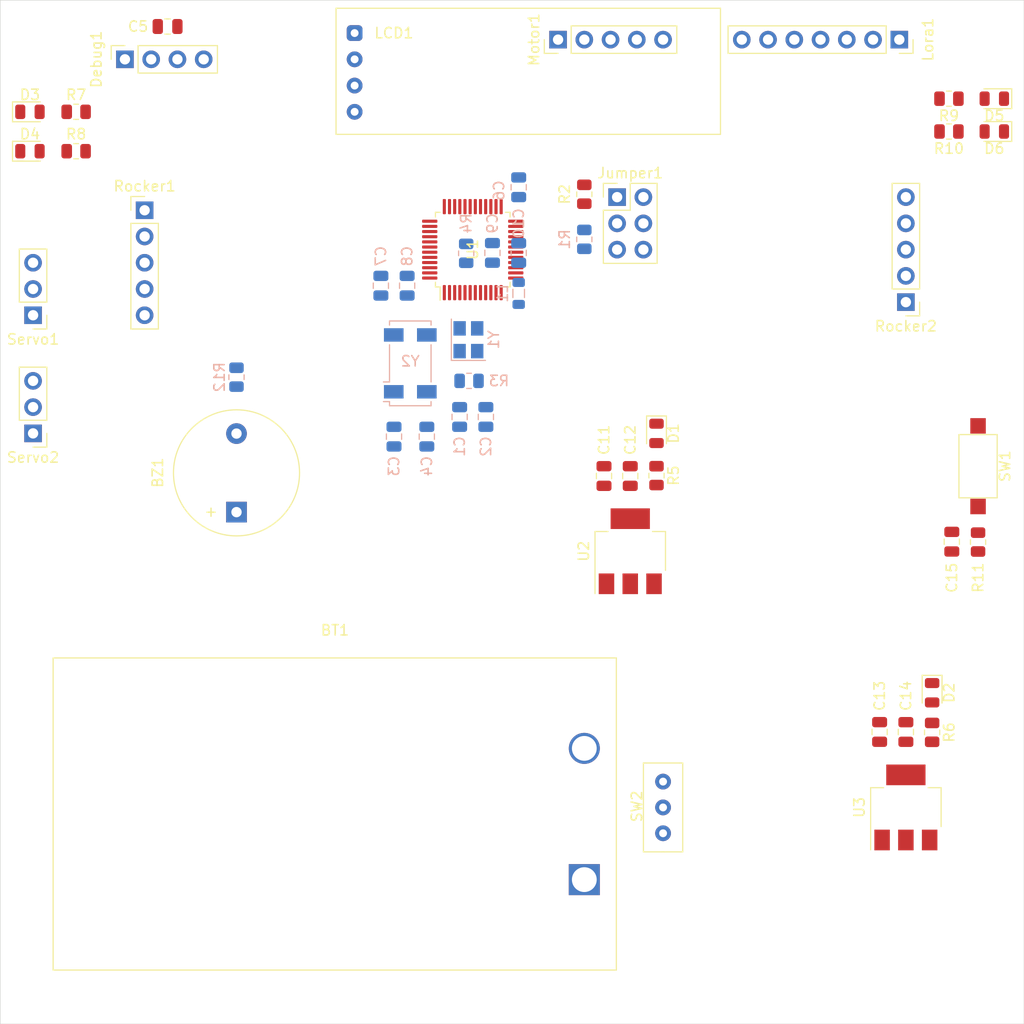
<source format=kicad_pcb>
(kicad_pcb (version 20171130) (host pcbnew 5.1.10)

  (general
    (thickness 1.6)
    (drawings 4)
    (tracks 0)
    (zones 0)
    (modules 52)
    (nets 63)
  )

  (page A4)
  (layers
    (0 F.Cu signal)
    (31 B.Cu signal)
    (32 B.Adhes user)
    (33 F.Adhes user)
    (34 B.Paste user)
    (35 F.Paste user)
    (36 B.SilkS user)
    (37 F.SilkS user)
    (38 B.Mask user)
    (39 F.Mask user)
    (40 Dwgs.User user)
    (41 Cmts.User user)
    (42 Eco1.User user)
    (43 Eco2.User user)
    (44 Edge.Cuts user)
    (45 Margin user)
    (46 B.CrtYd user)
    (47 F.CrtYd user)
    (48 B.Fab user)
    (49 F.Fab user)
  )

  (setup
    (last_trace_width 0.25)
    (trace_clearance 0.2)
    (zone_clearance 0.508)
    (zone_45_only no)
    (trace_min 0.2)
    (via_size 0.8)
    (via_drill 0.4)
    (via_min_size 0.4)
    (via_min_drill 0.3)
    (uvia_size 0.3)
    (uvia_drill 0.1)
    (uvias_allowed no)
    (uvia_min_size 0.2)
    (uvia_min_drill 0.1)
    (edge_width 0.05)
    (segment_width 0.2)
    (pcb_text_width 0.3)
    (pcb_text_size 1.5 1.5)
    (mod_edge_width 0.12)
    (mod_text_size 1 1)
    (mod_text_width 0.15)
    (pad_size 1.524 1.524)
    (pad_drill 0.762)
    (pad_to_mask_clearance 0)
    (aux_axis_origin 0 0)
    (visible_elements FFFFF77F)
    (pcbplotparams
      (layerselection 0x010fc_ffffffff)
      (usegerberextensions false)
      (usegerberattributes true)
      (usegerberadvancedattributes true)
      (creategerberjobfile true)
      (excludeedgelayer true)
      (linewidth 0.100000)
      (plotframeref false)
      (viasonmask false)
      (mode 1)
      (useauxorigin false)
      (hpglpennumber 1)
      (hpglpenspeed 20)
      (hpglpendiameter 15.000000)
      (psnegative false)
      (psa4output false)
      (plotreference true)
      (plotvalue true)
      (plotinvisibletext false)
      (padsonsilk false)
      (subtractmaskfromsilk false)
      (outputformat 1)
      (mirror false)
      (drillshape 1)
      (scaleselection 1)
      (outputdirectory ""))
  )

  (net 0 "")
  (net 1 "Net-(BT1-Pad1)")
  (net 2 GND)
  (net 3 "Net-(BZ1-Pad1)")
  (net 4 /RCC_OSC_IN)
  (net 5 /RCC_OSC_OUT)
  (net 6 /RCC_OSC32_IN)
  (net 7 /RCC_OSC32_OUT)
  (net 8 /V3.3)
  (net 9 +3.3VA)
  (net 10 /V5.0)
  (net 11 RESET)
  (net 12 "Net-(D1-Pad2)")
  (net 13 "Net-(D2-Pad2)")
  (net 14 "Net-(D3-Pad2)")
  (net 15 "Net-(D4-Pad2)")
  (net 16 "Net-(D5-Pad2)")
  (net 17 "Net-(D6-Pad2)")
  (net 18 "Net-(Jumper1-Pad4)")
  (net 19 "Net-(Jumper1-Pad3)")
  (net 20 /I2C1_SCL)
  (net 21 /I2C1_SDA)
  (net 22 /MD0)
  (net 23 /MD1)
  (net 24 /USART1_TX)
  (net 25 /USART1_RX)
  (net 26 /AUX)
  (net 27 /TIM1_CH1)
  (net 28 /TIM1_CH2)
  (net 29 /TIM1_CH3)
  (net 30 /TIM1_CH4)
  (net 31 /BOOT0)
  (net 32 /BOOT1)
  (net 33 GNDA)
  (net 34 /TIM2_CH1)
  (net 35 /TIM2_CH2)
  (net 36 /TIM2_CH3)
  (net 37 /TIM2_CH4)
  (net 38 /TIM16_CH1)
  (net 39 /SW1)
  (net 40 /RY1)
  (net 41 /RX1)
  (net 42 /SW2)
  (net 43 /RY2)
  (net 44 /RX2)
  (net 45 /TIM3_CH1)
  (net 46 /TIM3_CH2)
  (net 47 +9V)
  (net 48 /TIM17_CH1)
  (net 49 /SYS_SWCL)
  (net 50 /SYS_SWDIO)
  (net 51 "Net-(U1-Pad33)")
  (net 52 "Net-(U1-Pad28)")
  (net 53 "Net-(U1-Pad19)")
  (net 54 "Net-(U1-Pad18)")
  (net 55 "Net-(U1-Pad17)")
  (net 56 "Net-(U1-Pad16)")
  (net 57 "Net-(U1-Pad2)")
  (net 58 "Net-(U1-Pad1)")
  (net 59 "Net-(Y1-Pad3)")
  (net 60 "Net-(Y1-Pad2)")
  (net 61 "Net-(Y2-Pad3)")
  (net 62 "Net-(Y2-Pad2)")

  (net_class Default "This is the default net class."
    (clearance 0.2)
    (trace_width 0.25)
    (via_dia 0.8)
    (via_drill 0.4)
    (uvia_dia 0.3)
    (uvia_drill 0.1)
    (add_net +3.3VA)
    (add_net +9V)
    (add_net /AUX)
    (add_net /BOOT0)
    (add_net /BOOT1)
    (add_net /I2C1_SCL)
    (add_net /I2C1_SDA)
    (add_net /MD0)
    (add_net /MD1)
    (add_net /RCC_OSC32_IN)
    (add_net /RCC_OSC32_OUT)
    (add_net /RCC_OSC_IN)
    (add_net /RCC_OSC_OUT)
    (add_net /RX1)
    (add_net /RX2)
    (add_net /RY1)
    (add_net /RY2)
    (add_net /SW1)
    (add_net /SW2)
    (add_net /SYS_SWCL)
    (add_net /SYS_SWDIO)
    (add_net /TIM16_CH1)
    (add_net /TIM17_CH1)
    (add_net /TIM1_CH1)
    (add_net /TIM1_CH2)
    (add_net /TIM1_CH3)
    (add_net /TIM1_CH4)
    (add_net /TIM2_CH1)
    (add_net /TIM2_CH2)
    (add_net /TIM2_CH3)
    (add_net /TIM2_CH4)
    (add_net /TIM3_CH1)
    (add_net /TIM3_CH2)
    (add_net /USART1_RX)
    (add_net /USART1_TX)
    (add_net /V3.3)
    (add_net /V5.0)
    (add_net GND)
    (add_net GNDA)
    (add_net "Net-(BT1-Pad1)")
    (add_net "Net-(BZ1-Pad1)")
    (add_net "Net-(D1-Pad2)")
    (add_net "Net-(D2-Pad2)")
    (add_net "Net-(D3-Pad2)")
    (add_net "Net-(D4-Pad2)")
    (add_net "Net-(D5-Pad2)")
    (add_net "Net-(D6-Pad2)")
    (add_net "Net-(Jumper1-Pad3)")
    (add_net "Net-(Jumper1-Pad4)")
    (add_net "Net-(U1-Pad1)")
    (add_net "Net-(U1-Pad16)")
    (add_net "Net-(U1-Pad17)")
    (add_net "Net-(U1-Pad18)")
    (add_net "Net-(U1-Pad19)")
    (add_net "Net-(U1-Pad2)")
    (add_net "Net-(U1-Pad28)")
    (add_net "Net-(U1-Pad33)")
    (add_net "Net-(Y1-Pad2)")
    (add_net "Net-(Y1-Pad3)")
    (add_net "Net-(Y2-Pad2)")
    (add_net "Net-(Y2-Pad3)")
    (add_net RESET)
  )

  (module Package_TO_SOT_SMD:SOT-223-3_TabPin2 (layer F.Cu) (tedit 5A02FF57) (tstamp 6128CADC)
    (at 125.73 103.505 90)
    (descr "module CMS SOT223 4 pins")
    (tags "CMS SOT")
    (path /6132FA17)
    (attr smd)
    (fp_text reference U3 (at 0 -4.5 90) (layer F.SilkS)
      (effects (font (size 1 1) (thickness 0.15)))
    )
    (fp_text value AMS1117-5.0 (at 0 4.5 90) (layer F.Fab) hide
      (effects (font (size 1 1) (thickness 0.15)))
    )
    (fp_line (start 1.85 -3.35) (end 1.85 3.35) (layer F.Fab) (width 0.1))
    (fp_line (start -1.85 3.35) (end 1.85 3.35) (layer F.Fab) (width 0.1))
    (fp_line (start -4.1 -3.41) (end 1.91 -3.41) (layer F.SilkS) (width 0.12))
    (fp_line (start -0.85 -3.35) (end 1.85 -3.35) (layer F.Fab) (width 0.1))
    (fp_line (start -1.85 3.41) (end 1.91 3.41) (layer F.SilkS) (width 0.12))
    (fp_line (start -1.85 -2.35) (end -1.85 3.35) (layer F.Fab) (width 0.1))
    (fp_line (start -1.85 -2.35) (end -0.85 -3.35) (layer F.Fab) (width 0.1))
    (fp_line (start -4.4 -3.6) (end -4.4 3.6) (layer F.CrtYd) (width 0.05))
    (fp_line (start -4.4 3.6) (end 4.4 3.6) (layer F.CrtYd) (width 0.05))
    (fp_line (start 4.4 3.6) (end 4.4 -3.6) (layer F.CrtYd) (width 0.05))
    (fp_line (start 4.4 -3.6) (end -4.4 -3.6) (layer F.CrtYd) (width 0.05))
    (fp_line (start 1.91 -3.41) (end 1.91 -2.15) (layer F.SilkS) (width 0.12))
    (fp_line (start 1.91 3.41) (end 1.91 2.15) (layer F.SilkS) (width 0.12))
    (fp_text user %R (at 0 0) (layer F.Fab) hide
      (effects (font (size 0.8 0.8) (thickness 0.12)))
    )
    (pad 1 smd rect (at -3.15 -2.3 90) (size 2 1.5) (layers F.Cu F.Paste F.Mask)
      (net 2 GND))
    (pad 3 smd rect (at -3.15 2.3 90) (size 2 1.5) (layers F.Cu F.Paste F.Mask)
      (net 47 +9V))
    (pad 2 smd rect (at -3.15 0 90) (size 2 1.5) (layers F.Cu F.Paste F.Mask)
      (net 10 /V5.0))
    (pad 2 smd rect (at 3.15 0 90) (size 2 3.8) (layers F.Cu F.Paste F.Mask)
      (net 10 /V5.0))
    (model ${KISYS3DMOD}/Package_TO_SOT_SMD.3dshapes/SOT-223.wrl
      (at (xyz 0 0 0))
      (scale (xyz 1 1 1))
      (rotate (xyz 0 0 0))
    )
  )

  (module Package_TO_SOT_SMD:SOT-223-3_TabPin2 (layer F.Cu) (tedit 5A02FF57) (tstamp 6128CAC6)
    (at 99.06 78.715 90)
    (descr "module CMS SOT223 4 pins")
    (tags "CMS SOT")
    (path /6127F5CD)
    (attr smd)
    (fp_text reference U2 (at 0 -4.5 90) (layer F.SilkS)
      (effects (font (size 1 1) (thickness 0.15)))
    )
    (fp_text value AMS1117-3.3 (at 0 4.5 90) (layer F.Fab) hide
      (effects (font (size 1 1) (thickness 0.15)))
    )
    (fp_line (start 1.85 -3.35) (end 1.85 3.35) (layer F.Fab) (width 0.1))
    (fp_line (start -1.85 3.35) (end 1.85 3.35) (layer F.Fab) (width 0.1))
    (fp_line (start -4.1 -3.41) (end 1.91 -3.41) (layer F.SilkS) (width 0.12))
    (fp_line (start -0.85 -3.35) (end 1.85 -3.35) (layer F.Fab) (width 0.1))
    (fp_line (start -1.85 3.41) (end 1.91 3.41) (layer F.SilkS) (width 0.12))
    (fp_line (start -1.85 -2.35) (end -1.85 3.35) (layer F.Fab) (width 0.1))
    (fp_line (start -1.85 -2.35) (end -0.85 -3.35) (layer F.Fab) (width 0.1))
    (fp_line (start -4.4 -3.6) (end -4.4 3.6) (layer F.CrtYd) (width 0.05))
    (fp_line (start -4.4 3.6) (end 4.4 3.6) (layer F.CrtYd) (width 0.05))
    (fp_line (start 4.4 3.6) (end 4.4 -3.6) (layer F.CrtYd) (width 0.05))
    (fp_line (start 4.4 -3.6) (end -4.4 -3.6) (layer F.CrtYd) (width 0.05))
    (fp_line (start 1.91 -3.41) (end 1.91 -2.15) (layer F.SilkS) (width 0.12))
    (fp_line (start 1.91 3.41) (end 1.91 2.15) (layer F.SilkS) (width 0.12))
    (fp_text user %R (at 0 0) (layer F.Fab) hide
      (effects (font (size 0.8 0.8) (thickness 0.12)))
    )
    (pad 1 smd rect (at -3.15 -2.3 90) (size 2 1.5) (layers F.Cu F.Paste F.Mask)
      (net 2 GND))
    (pad 3 smd rect (at -3.15 2.3 90) (size 2 1.5) (layers F.Cu F.Paste F.Mask)
      (net 47 +9V))
    (pad 2 smd rect (at -3.15 0 90) (size 2 1.5) (layers F.Cu F.Paste F.Mask)
      (net 8 /V3.3))
    (pad 2 smd rect (at 3.15 0 90) (size 2 3.8) (layers F.Cu F.Paste F.Mask)
      (net 8 /V3.3))
    (model ${KISYS3DMOD}/Package_TO_SOT_SMD.3dshapes/SOT-223.wrl
      (at (xyz 0 0 0))
      (scale (xyz 1 1 1))
      (rotate (xyz 0 0 0))
    )
  )

  (module control_center:SS12D00 (layer F.Cu) (tedit 61275CF3) (tstamp 6128C9FC)
    (at 102.235 103.505 90)
    (path /61439ABF)
    (fp_text reference SW2 (at 0.1 -2.54 90) (layer F.SilkS)
      (effects (font (size 1 1) (thickness 0.15)))
    )
    (fp_text value SW_Push (at 0 -2.9 90) (layer F.Fab) hide
      (effects (font (size 1 1) (thickness 0.15)))
    )
    (fp_line (start -4.3 0) (end -4.3 1.9) (layer F.SilkS) (width 0.12))
    (fp_line (start -4.3 1.9) (end 4.3 1.9) (layer F.SilkS) (width 0.12))
    (fp_line (start 4.3 1.9) (end 4.3 -1.9) (layer F.SilkS) (width 0.12))
    (fp_line (start 4.3 -1.9) (end -4.3 -1.9) (layer F.SilkS) (width 0.12))
    (fp_line (start -4.3 -1.9) (end -4.3 0) (layer F.SilkS) (width 0.12))
    (pad 3 thru_hole circle (at 2.5 0 90) (size 1.524 1.524) (drill 0.762) (layers *.Cu *.Mask))
    (pad 2 thru_hole circle (at 0 0 90) (size 1.524 1.524) (drill 0.762) (layers *.Cu *.Mask)
      (net 47 +9V))
    (pad 1 thru_hole circle (at -2.5 0 90) (size 1.524 1.524) (drill 0.762) (layers *.Cu *.Mask)
      (net 1 "Net-(BT1-Pad1)"))
  )

  (module Button_Switch_SMD:SW_SPST_CK_RS282G05A3 (layer F.Cu) (tedit 5A7A67D2) (tstamp 6128C9F0)
    (at 132.715 70.485 270)
    (descr https://www.mouser.com/ds/2/60/RS-282G05A-SM_RT-1159762.pdf)
    (tags "SPST button tactile switch")
    (path /6140434D)
    (attr smd)
    (fp_text reference SW1 (at 0 -2.6 90) (layer F.SilkS)
      (effects (font (size 1 1) (thickness 0.15)))
    )
    (fp_text value SW_Push (at 0 3 90) (layer F.Fab) hide
      (effects (font (size 1 1) (thickness 0.15)))
    )
    (fp_line (start 3 -1.8) (end 3 1.8) (layer F.Fab) (width 0.1))
    (fp_line (start -3 -1.8) (end -3 1.8) (layer F.Fab) (width 0.1))
    (fp_line (start -3 -1.8) (end 3 -1.8) (layer F.Fab) (width 0.1))
    (fp_line (start -3 1.8) (end 3 1.8) (layer F.Fab) (width 0.1))
    (fp_line (start -1.5 -0.8) (end -1.5 0.8) (layer F.Fab) (width 0.1))
    (fp_line (start 1.5 -0.8) (end 1.5 0.8) (layer F.Fab) (width 0.1))
    (fp_line (start -1.5 -0.8) (end 1.5 -0.8) (layer F.Fab) (width 0.1))
    (fp_line (start -1.5 0.8) (end 1.5 0.8) (layer F.Fab) (width 0.1))
    (fp_line (start -3.06 1.85) (end -3.06 -1.85) (layer F.SilkS) (width 0.12))
    (fp_line (start 3.06 1.85) (end -3.06 1.85) (layer F.SilkS) (width 0.12))
    (fp_line (start 3.06 -1.85) (end 3.06 1.85) (layer F.SilkS) (width 0.12))
    (fp_line (start -3.06 -1.85) (end 3.06 -1.85) (layer F.SilkS) (width 0.12))
    (fp_line (start -1.75 1) (end -1.75 -1) (layer F.Fab) (width 0.1))
    (fp_line (start 1.75 1) (end -1.75 1) (layer F.Fab) (width 0.1))
    (fp_line (start 1.75 -1) (end 1.75 1) (layer F.Fab) (width 0.1))
    (fp_line (start -1.75 -1) (end 1.75 -1) (layer F.Fab) (width 0.1))
    (fp_line (start -4.9 -2.05) (end 4.9 -2.05) (layer F.CrtYd) (width 0.05))
    (fp_line (start 4.9 -2.05) (end 4.9 2.05) (layer F.CrtYd) (width 0.05))
    (fp_line (start 4.9 2.05) (end -4.9 2.05) (layer F.CrtYd) (width 0.05))
    (fp_line (start -4.9 2.05) (end -4.9 -2.05) (layer F.CrtYd) (width 0.05))
    (fp_text user %R (at 0 -2.6 90) (layer F.Fab) hide
      (effects (font (size 1 1) (thickness 0.15)))
    )
    (pad 2 smd rect (at 3.9 0 270) (size 1.5 1.5) (layers F.Cu F.Paste F.Mask)
      (net 11 RESET))
    (pad 1 smd rect (at -3.9 0 270) (size 1.5 1.5) (layers F.Cu F.Paste F.Mask)
      (net 2 GND))
    (model ${KISYS3DMOD}/Button_Switch_SMD.3dshapes/SW_SPST_CK_RS282G05A3.wrl
      (at (xyz 0 0 0))
      (scale (xyz 1 1 1))
      (rotate (xyz 0 0 0))
    )
  )

  (module Connector_PinHeader_2.54mm:PinHeader_1x03_P2.54mm_Vertical (layer F.Cu) (tedit 59FED5CC) (tstamp 61290BCD)
    (at 41.275 67.31 180)
    (descr "Through hole straight pin header, 1x03, 2.54mm pitch, single row")
    (tags "Through hole pin header THT 1x03 2.54mm single row")
    (path /61384EEF)
    (fp_text reference Servo2 (at 0 -2.33) (layer F.SilkS)
      (effects (font (size 1 1) (thickness 0.15)))
    )
    (fp_text value Conn_01x03 (at 0 7.41) (layer F.Fab) hide
      (effects (font (size 1 1) (thickness 0.15)))
    )
    (fp_line (start 1.8 -1.8) (end -1.8 -1.8) (layer F.CrtYd) (width 0.05))
    (fp_line (start 1.8 6.85) (end 1.8 -1.8) (layer F.CrtYd) (width 0.05))
    (fp_line (start -1.8 6.85) (end 1.8 6.85) (layer F.CrtYd) (width 0.05))
    (fp_line (start -1.8 -1.8) (end -1.8 6.85) (layer F.CrtYd) (width 0.05))
    (fp_line (start -1.33 -1.33) (end 0 -1.33) (layer F.SilkS) (width 0.12))
    (fp_line (start -1.33 0) (end -1.33 -1.33) (layer F.SilkS) (width 0.12))
    (fp_line (start -1.33 1.27) (end 1.33 1.27) (layer F.SilkS) (width 0.12))
    (fp_line (start 1.33 1.27) (end 1.33 6.41) (layer F.SilkS) (width 0.12))
    (fp_line (start -1.33 1.27) (end -1.33 6.41) (layer F.SilkS) (width 0.12))
    (fp_line (start -1.33 6.41) (end 1.33 6.41) (layer F.SilkS) (width 0.12))
    (fp_line (start -1.27 -0.635) (end -0.635 -1.27) (layer F.Fab) (width 0.1))
    (fp_line (start -1.27 6.35) (end -1.27 -0.635) (layer F.Fab) (width 0.1))
    (fp_line (start 1.27 6.35) (end -1.27 6.35) (layer F.Fab) (width 0.1))
    (fp_line (start 1.27 -1.27) (end 1.27 6.35) (layer F.Fab) (width 0.1))
    (fp_line (start -0.635 -1.27) (end 1.27 -1.27) (layer F.Fab) (width 0.1))
    (fp_text user %R (at 0 2.54 90) (layer F.Fab) hide
      (effects (font (size 1 1) (thickness 0.15)))
    )
    (pad 3 thru_hole oval (at 0 5.08 180) (size 1.7 1.7) (drill 1) (layers *.Cu *.Mask)
      (net 46 /TIM3_CH2))
    (pad 2 thru_hole oval (at 0 2.54 180) (size 1.7 1.7) (drill 1) (layers *.Cu *.Mask)
      (net 10 /V5.0))
    (pad 1 thru_hole rect (at 0 0 180) (size 1.7 1.7) (drill 1) (layers *.Cu *.Mask)
      (net 2 GND))
    (model ${KISYS3DMOD}/Connector_PinHeader_2.54mm.3dshapes/PinHeader_1x03_P2.54mm_Vertical.wrl
      (at (xyz 0 0 0))
      (scale (xyz 1 1 1))
      (rotate (xyz 0 0 0))
    )
  )

  (module Connector_PinHeader_2.54mm:PinHeader_1x03_P2.54mm_Vertical (layer F.Cu) (tedit 59FED5CC) (tstamp 6128C9BE)
    (at 41.275 55.88 180)
    (descr "Through hole straight pin header, 1x03, 2.54mm pitch, single row")
    (tags "Through hole pin header THT 1x03 2.54mm single row")
    (path /6136EA99)
    (fp_text reference Servo1 (at 0 -2.33) (layer F.SilkS)
      (effects (font (size 1 1) (thickness 0.15)))
    )
    (fp_text value Conn_01x03 (at 0 7.41) (layer F.Fab) hide
      (effects (font (size 1 1) (thickness 0.15)))
    )
    (fp_line (start 1.8 -1.8) (end -1.8 -1.8) (layer F.CrtYd) (width 0.05))
    (fp_line (start 1.8 6.85) (end 1.8 -1.8) (layer F.CrtYd) (width 0.05))
    (fp_line (start -1.8 6.85) (end 1.8 6.85) (layer F.CrtYd) (width 0.05))
    (fp_line (start -1.8 -1.8) (end -1.8 6.85) (layer F.CrtYd) (width 0.05))
    (fp_line (start -1.33 -1.33) (end 0 -1.33) (layer F.SilkS) (width 0.12))
    (fp_line (start -1.33 0) (end -1.33 -1.33) (layer F.SilkS) (width 0.12))
    (fp_line (start -1.33 1.27) (end 1.33 1.27) (layer F.SilkS) (width 0.12))
    (fp_line (start 1.33 1.27) (end 1.33 6.41) (layer F.SilkS) (width 0.12))
    (fp_line (start -1.33 1.27) (end -1.33 6.41) (layer F.SilkS) (width 0.12))
    (fp_line (start -1.33 6.41) (end 1.33 6.41) (layer F.SilkS) (width 0.12))
    (fp_line (start -1.27 -0.635) (end -0.635 -1.27) (layer F.Fab) (width 0.1))
    (fp_line (start -1.27 6.35) (end -1.27 -0.635) (layer F.Fab) (width 0.1))
    (fp_line (start 1.27 6.35) (end -1.27 6.35) (layer F.Fab) (width 0.1))
    (fp_line (start 1.27 -1.27) (end 1.27 6.35) (layer F.Fab) (width 0.1))
    (fp_line (start -0.635 -1.27) (end 1.27 -1.27) (layer F.Fab) (width 0.1))
    (fp_text user %R (at 0 2.54 90) (layer F.Fab) hide
      (effects (font (size 1 1) (thickness 0.15)))
    )
    (pad 3 thru_hole oval (at 0 5.08 180) (size 1.7 1.7) (drill 1) (layers *.Cu *.Mask)
      (net 45 /TIM3_CH1))
    (pad 2 thru_hole oval (at 0 2.54 180) (size 1.7 1.7) (drill 1) (layers *.Cu *.Mask)
      (net 10 /V5.0))
    (pad 1 thru_hole rect (at 0 0 180) (size 1.7 1.7) (drill 1) (layers *.Cu *.Mask)
      (net 2 GND))
    (model ${KISYS3DMOD}/Connector_PinHeader_2.54mm.3dshapes/PinHeader_1x03_P2.54mm_Vertical.wrl
      (at (xyz 0 0 0))
      (scale (xyz 1 1 1))
      (rotate (xyz 0 0 0))
    )
  )

  (module Connector_PinHeader_2.54mm:PinHeader_1x05_P2.54mm_Vertical (layer F.Cu) (tedit 59FED5CC) (tstamp 6128C9A7)
    (at 125.73 54.61 180)
    (descr "Through hole straight pin header, 1x05, 2.54mm pitch, single row")
    (tags "Through hole pin header THT 1x05 2.54mm single row")
    (path /612C87CD)
    (fp_text reference Rocker2 (at 0 -2.33) (layer F.SilkS)
      (effects (font (size 1 1) (thickness 0.15)))
    )
    (fp_text value Conn_01x05 (at 0 12.49) (layer F.Fab) hide
      (effects (font (size 1 1) (thickness 0.15)))
    )
    (fp_line (start 1.8 -1.8) (end -1.8 -1.8) (layer F.CrtYd) (width 0.05))
    (fp_line (start 1.8 11.95) (end 1.8 -1.8) (layer F.CrtYd) (width 0.05))
    (fp_line (start -1.8 11.95) (end 1.8 11.95) (layer F.CrtYd) (width 0.05))
    (fp_line (start -1.8 -1.8) (end -1.8 11.95) (layer F.CrtYd) (width 0.05))
    (fp_line (start -1.33 -1.33) (end 0 -1.33) (layer F.SilkS) (width 0.12))
    (fp_line (start -1.33 0) (end -1.33 -1.33) (layer F.SilkS) (width 0.12))
    (fp_line (start -1.33 1.27) (end 1.33 1.27) (layer F.SilkS) (width 0.12))
    (fp_line (start 1.33 1.27) (end 1.33 11.49) (layer F.SilkS) (width 0.12))
    (fp_line (start -1.33 1.27) (end -1.33 11.49) (layer F.SilkS) (width 0.12))
    (fp_line (start -1.33 11.49) (end 1.33 11.49) (layer F.SilkS) (width 0.12))
    (fp_line (start -1.27 -0.635) (end -0.635 -1.27) (layer F.Fab) (width 0.1))
    (fp_line (start -1.27 11.43) (end -1.27 -0.635) (layer F.Fab) (width 0.1))
    (fp_line (start 1.27 11.43) (end -1.27 11.43) (layer F.Fab) (width 0.1))
    (fp_line (start 1.27 -1.27) (end 1.27 11.43) (layer F.Fab) (width 0.1))
    (fp_line (start -0.635 -1.27) (end 1.27 -1.27) (layer F.Fab) (width 0.1))
    (fp_text user %R (at 0 5.08 90) (layer F.Fab) hide
      (effects (font (size 1 1) (thickness 0.15)))
    )
    (pad 5 thru_hole oval (at 0 10.16 180) (size 1.7 1.7) (drill 1) (layers *.Cu *.Mask)
      (net 42 /SW2))
    (pad 4 thru_hole oval (at 0 7.62 180) (size 1.7 1.7) (drill 1) (layers *.Cu *.Mask)
      (net 43 /RY2))
    (pad 3 thru_hole oval (at 0 5.08 180) (size 1.7 1.7) (drill 1) (layers *.Cu *.Mask)
      (net 44 /RX2))
    (pad 2 thru_hole oval (at 0 2.54 180) (size 1.7 1.7) (drill 1) (layers *.Cu *.Mask)
      (net 10 /V5.0))
    (pad 1 thru_hole rect (at 0 0 180) (size 1.7 1.7) (drill 1) (layers *.Cu *.Mask)
      (net 2 GND))
    (model ${KISYS3DMOD}/Connector_PinHeader_2.54mm.3dshapes/PinHeader_1x05_P2.54mm_Vertical.wrl
      (at (xyz 0 0 0))
      (scale (xyz 1 1 1))
      (rotate (xyz 0 0 0))
    )
  )

  (module Connector_PinHeader_2.54mm:PinHeader_1x05_P2.54mm_Vertical (layer F.Cu) (tedit 59FED5CC) (tstamp 6128C98E)
    (at 52.07 45.72)
    (descr "Through hole straight pin header, 1x05, 2.54mm pitch, single row")
    (tags "Through hole pin header THT 1x05 2.54mm single row")
    (path /61221D6F)
    (fp_text reference Rocker1 (at 0 -2.33) (layer F.SilkS)
      (effects (font (size 1 1) (thickness 0.15)))
    )
    (fp_text value Conn_01x05 (at 0 12.49) (layer F.Fab) hide
      (effects (font (size 1 1) (thickness 0.15)))
    )
    (fp_line (start 1.8 -1.8) (end -1.8 -1.8) (layer F.CrtYd) (width 0.05))
    (fp_line (start 1.8 11.95) (end 1.8 -1.8) (layer F.CrtYd) (width 0.05))
    (fp_line (start -1.8 11.95) (end 1.8 11.95) (layer F.CrtYd) (width 0.05))
    (fp_line (start -1.8 -1.8) (end -1.8 11.95) (layer F.CrtYd) (width 0.05))
    (fp_line (start -1.33 -1.33) (end 0 -1.33) (layer F.SilkS) (width 0.12))
    (fp_line (start -1.33 0) (end -1.33 -1.33) (layer F.SilkS) (width 0.12))
    (fp_line (start -1.33 1.27) (end 1.33 1.27) (layer F.SilkS) (width 0.12))
    (fp_line (start 1.33 1.27) (end 1.33 11.49) (layer F.SilkS) (width 0.12))
    (fp_line (start -1.33 1.27) (end -1.33 11.49) (layer F.SilkS) (width 0.12))
    (fp_line (start -1.33 11.49) (end 1.33 11.49) (layer F.SilkS) (width 0.12))
    (fp_line (start -1.27 -0.635) (end -0.635 -1.27) (layer F.Fab) (width 0.1))
    (fp_line (start -1.27 11.43) (end -1.27 -0.635) (layer F.Fab) (width 0.1))
    (fp_line (start 1.27 11.43) (end -1.27 11.43) (layer F.Fab) (width 0.1))
    (fp_line (start 1.27 -1.27) (end 1.27 11.43) (layer F.Fab) (width 0.1))
    (fp_line (start -0.635 -1.27) (end 1.27 -1.27) (layer F.Fab) (width 0.1))
    (fp_text user %R (at 0 5.08 90) (layer F.Fab) hide
      (effects (font (size 1 1) (thickness 0.15)))
    )
    (pad 5 thru_hole oval (at 0 10.16) (size 1.7 1.7) (drill 1) (layers *.Cu *.Mask)
      (net 39 /SW1))
    (pad 4 thru_hole oval (at 0 7.62) (size 1.7 1.7) (drill 1) (layers *.Cu *.Mask)
      (net 40 /RY1))
    (pad 3 thru_hole oval (at 0 5.08) (size 1.7 1.7) (drill 1) (layers *.Cu *.Mask)
      (net 41 /RX1))
    (pad 2 thru_hole oval (at 0 2.54) (size 1.7 1.7) (drill 1) (layers *.Cu *.Mask)
      (net 10 /V5.0))
    (pad 1 thru_hole rect (at 0 0) (size 1.7 1.7) (drill 1) (layers *.Cu *.Mask)
      (net 2 GND))
    (model ${KISYS3DMOD}/Connector_PinHeader_2.54mm.3dshapes/PinHeader_1x05_P2.54mm_Vertical.wrl
      (at (xyz 0 0 0))
      (scale (xyz 1 1 1))
      (rotate (xyz 0 0 0))
    )
  )

  (module Resistor_SMD:R_0805_2012Metric (layer B.Cu) (tedit 5F68FEEE) (tstamp 612932FE)
    (at 60.96 61.8725 270)
    (descr "Resistor SMD 0805 (2012 Metric), square (rectangular) end terminal, IPC_7351 nominal, (Body size source: IPC-SM-782 page 72, https://www.pcb-3d.com/wordpress/wp-content/uploads/ipc-sm-782a_amendment_1_and_2.pdf), generated with kicad-footprint-generator")
    (tags resistor)
    (path /6148CFCB)
    (attr smd)
    (fp_text reference R12 (at 0 1.65 270) (layer B.SilkS)
      (effects (font (size 1 1) (thickness 0.15)) (justify mirror))
    )
    (fp_text value 510R (at 0 -1.65 270) (layer B.Fab) hide
      (effects (font (size 1 1) (thickness 0.15)) (justify mirror))
    )
    (fp_line (start 1.68 -0.95) (end -1.68 -0.95) (layer B.CrtYd) (width 0.05))
    (fp_line (start 1.68 0.95) (end 1.68 -0.95) (layer B.CrtYd) (width 0.05))
    (fp_line (start -1.68 0.95) (end 1.68 0.95) (layer B.CrtYd) (width 0.05))
    (fp_line (start -1.68 -0.95) (end -1.68 0.95) (layer B.CrtYd) (width 0.05))
    (fp_line (start -0.227064 -0.735) (end 0.227064 -0.735) (layer B.SilkS) (width 0.12))
    (fp_line (start -0.227064 0.735) (end 0.227064 0.735) (layer B.SilkS) (width 0.12))
    (fp_line (start 1 -0.625) (end -1 -0.625) (layer B.Fab) (width 0.1))
    (fp_line (start 1 0.625) (end 1 -0.625) (layer B.Fab) (width 0.1))
    (fp_line (start -1 0.625) (end 1 0.625) (layer B.Fab) (width 0.1))
    (fp_line (start -1 -0.625) (end -1 0.625) (layer B.Fab) (width 0.1))
    (fp_text user %R (at 0 0 270) (layer B.Fab) hide
      (effects (font (size 0.5 0.5) (thickness 0.08)) (justify mirror))
    )
    (pad 2 smd roundrect (at 0.9125 0 270) (size 1.025 1.4) (layers B.Cu B.Paste B.Mask) (roundrect_rratio 0.243902)
      (net 38 /TIM16_CH1))
    (pad 1 smd roundrect (at -0.9125 0 270) (size 1.025 1.4) (layers B.Cu B.Paste B.Mask) (roundrect_rratio 0.243902)
      (net 3 "Net-(BZ1-Pad1)"))
    (model ${KISYS3DMOD}/Resistor_SMD.3dshapes/R_0805_2012Metric.wrl
      (at (xyz 0 0 0))
      (scale (xyz 1 1 1))
      (rotate (xyz 0 0 0))
    )
  )

  (module Resistor_SMD:R_0805_2012Metric (layer F.Cu) (tedit 5F68FEEE) (tstamp 6128C964)
    (at 132.715 77.8275 270)
    (descr "Resistor SMD 0805 (2012 Metric), square (rectangular) end terminal, IPC_7351 nominal, (Body size source: IPC-SM-782 page 72, https://www.pcb-3d.com/wordpress/wp-content/uploads/ipc-sm-782a_amendment_1_and_2.pdf), generated with kicad-footprint-generator")
    (tags resistor)
    (path /61404A02)
    (attr smd)
    (fp_text reference R11 (at 3.4525 0 90) (layer F.SilkS)
      (effects (font (size 1 1) (thickness 0.15)))
    )
    (fp_text value 510R (at 0 1.65 90) (layer F.Fab) hide
      (effects (font (size 1 1) (thickness 0.15)))
    )
    (fp_line (start 1.68 0.95) (end -1.68 0.95) (layer F.CrtYd) (width 0.05))
    (fp_line (start 1.68 -0.95) (end 1.68 0.95) (layer F.CrtYd) (width 0.05))
    (fp_line (start -1.68 -0.95) (end 1.68 -0.95) (layer F.CrtYd) (width 0.05))
    (fp_line (start -1.68 0.95) (end -1.68 -0.95) (layer F.CrtYd) (width 0.05))
    (fp_line (start -0.227064 0.735) (end 0.227064 0.735) (layer F.SilkS) (width 0.12))
    (fp_line (start -0.227064 -0.735) (end 0.227064 -0.735) (layer F.SilkS) (width 0.12))
    (fp_line (start 1 0.625) (end -1 0.625) (layer F.Fab) (width 0.1))
    (fp_line (start 1 -0.625) (end 1 0.625) (layer F.Fab) (width 0.1))
    (fp_line (start -1 -0.625) (end 1 -0.625) (layer F.Fab) (width 0.1))
    (fp_line (start -1 0.625) (end -1 -0.625) (layer F.Fab) (width 0.1))
    (fp_text user %R (at 0 0 90) (layer F.Fab) hide
      (effects (font (size 0.5 0.5) (thickness 0.08)))
    )
    (pad 2 smd roundrect (at 0.9125 0 270) (size 1.025 1.4) (layers F.Cu F.Paste F.Mask) (roundrect_rratio 0.243902)
      (net 8 /V3.3))
    (pad 1 smd roundrect (at -0.9125 0 270) (size 1.025 1.4) (layers F.Cu F.Paste F.Mask) (roundrect_rratio 0.243902)
      (net 11 RESET))
    (model ${KISYS3DMOD}/Resistor_SMD.3dshapes/R_0805_2012Metric.wrl
      (at (xyz 0 0 0))
      (scale (xyz 1 1 1))
      (rotate (xyz 0 0 0))
    )
  )

  (module Resistor_SMD:R_0805_2012Metric (layer F.Cu) (tedit 5F68FEEE) (tstamp 6128C953)
    (at 129.8975 38.1 180)
    (descr "Resistor SMD 0805 (2012 Metric), square (rectangular) end terminal, IPC_7351 nominal, (Body size source: IPC-SM-782 page 72, https://www.pcb-3d.com/wordpress/wp-content/uploads/ipc-sm-782a_amendment_1_and_2.pdf), generated with kicad-footprint-generator")
    (tags resistor)
    (path /613D74EB)
    (attr smd)
    (fp_text reference R10 (at 0 -1.65) (layer F.SilkS)
      (effects (font (size 1 1) (thickness 0.15)))
    )
    (fp_text value 510R (at 0 1.65) (layer F.Fab) hide
      (effects (font (size 1 1) (thickness 0.15)))
    )
    (fp_line (start 1.68 0.95) (end -1.68 0.95) (layer F.CrtYd) (width 0.05))
    (fp_line (start 1.68 -0.95) (end 1.68 0.95) (layer F.CrtYd) (width 0.05))
    (fp_line (start -1.68 -0.95) (end 1.68 -0.95) (layer F.CrtYd) (width 0.05))
    (fp_line (start -1.68 0.95) (end -1.68 -0.95) (layer F.CrtYd) (width 0.05))
    (fp_line (start -0.227064 0.735) (end 0.227064 0.735) (layer F.SilkS) (width 0.12))
    (fp_line (start -0.227064 -0.735) (end 0.227064 -0.735) (layer F.SilkS) (width 0.12))
    (fp_line (start 1 0.625) (end -1 0.625) (layer F.Fab) (width 0.1))
    (fp_line (start 1 -0.625) (end 1 0.625) (layer F.Fab) (width 0.1))
    (fp_line (start -1 -0.625) (end 1 -0.625) (layer F.Fab) (width 0.1))
    (fp_line (start -1 0.625) (end -1 -0.625) (layer F.Fab) (width 0.1))
    (fp_text user %R (at 0 0) (layer F.Fab) hide
      (effects (font (size 0.5 0.5) (thickness 0.08)))
    )
    (pad 2 smd roundrect (at 0.9125 0 180) (size 1.025 1.4) (layers F.Cu F.Paste F.Mask) (roundrect_rratio 0.243902)
      (net 37 /TIM2_CH4))
    (pad 1 smd roundrect (at -0.9125 0 180) (size 1.025 1.4) (layers F.Cu F.Paste F.Mask) (roundrect_rratio 0.243902)
      (net 17 "Net-(D6-Pad2)"))
    (model ${KISYS3DMOD}/Resistor_SMD.3dshapes/R_0805_2012Metric.wrl
      (at (xyz 0 0 0))
      (scale (xyz 1 1 1))
      (rotate (xyz 0 0 0))
    )
  )

  (module Resistor_SMD:R_0805_2012Metric (layer F.Cu) (tedit 5F68FEEE) (tstamp 6128C942)
    (at 129.8975 34.925 180)
    (descr "Resistor SMD 0805 (2012 Metric), square (rectangular) end terminal, IPC_7351 nominal, (Body size source: IPC-SM-782 page 72, https://www.pcb-3d.com/wordpress/wp-content/uploads/ipc-sm-782a_amendment_1_and_2.pdf), generated with kicad-footprint-generator")
    (tags resistor)
    (path /613D74D4)
    (attr smd)
    (fp_text reference R9 (at 0 -1.65) (layer F.SilkS)
      (effects (font (size 1 1) (thickness 0.15)))
    )
    (fp_text value 510R (at 0 1.65) (layer F.Fab) hide
      (effects (font (size 1 1) (thickness 0.15)))
    )
    (fp_line (start 1.68 0.95) (end -1.68 0.95) (layer F.CrtYd) (width 0.05))
    (fp_line (start 1.68 -0.95) (end 1.68 0.95) (layer F.CrtYd) (width 0.05))
    (fp_line (start -1.68 -0.95) (end 1.68 -0.95) (layer F.CrtYd) (width 0.05))
    (fp_line (start -1.68 0.95) (end -1.68 -0.95) (layer F.CrtYd) (width 0.05))
    (fp_line (start -0.227064 0.735) (end 0.227064 0.735) (layer F.SilkS) (width 0.12))
    (fp_line (start -0.227064 -0.735) (end 0.227064 -0.735) (layer F.SilkS) (width 0.12))
    (fp_line (start 1 0.625) (end -1 0.625) (layer F.Fab) (width 0.1))
    (fp_line (start 1 -0.625) (end 1 0.625) (layer F.Fab) (width 0.1))
    (fp_line (start -1 -0.625) (end 1 -0.625) (layer F.Fab) (width 0.1))
    (fp_line (start -1 0.625) (end -1 -0.625) (layer F.Fab) (width 0.1))
    (fp_text user %R (at 0 0) (layer F.Fab) hide
      (effects (font (size 0.5 0.5) (thickness 0.08)))
    )
    (pad 2 smd roundrect (at 0.9125 0 180) (size 1.025 1.4) (layers F.Cu F.Paste F.Mask) (roundrect_rratio 0.243902)
      (net 36 /TIM2_CH3))
    (pad 1 smd roundrect (at -0.9125 0 180) (size 1.025 1.4) (layers F.Cu F.Paste F.Mask) (roundrect_rratio 0.243902)
      (net 16 "Net-(D5-Pad2)"))
    (model ${KISYS3DMOD}/Resistor_SMD.3dshapes/R_0805_2012Metric.wrl
      (at (xyz 0 0 0))
      (scale (xyz 1 1 1))
      (rotate (xyz 0 0 0))
    )
  )

  (module Resistor_SMD:R_0805_2012Metric (layer F.Cu) (tedit 5F68FEEE) (tstamp 6128C931)
    (at 45.4425 40.005)
    (descr "Resistor SMD 0805 (2012 Metric), square (rectangular) end terminal, IPC_7351 nominal, (Body size source: IPC-SM-782 page 72, https://www.pcb-3d.com/wordpress/wp-content/uploads/ipc-sm-782a_amendment_1_and_2.pdf), generated with kicad-footprint-generator")
    (tags resistor)
    (path /613CA6FF)
    (attr smd)
    (fp_text reference R8 (at 0 -1.65) (layer F.SilkS)
      (effects (font (size 1 1) (thickness 0.15)))
    )
    (fp_text value 510R (at 0 1.65) (layer F.Fab) hide
      (effects (font (size 1 1) (thickness 0.15)))
    )
    (fp_line (start 1.68 0.95) (end -1.68 0.95) (layer F.CrtYd) (width 0.05))
    (fp_line (start 1.68 -0.95) (end 1.68 0.95) (layer F.CrtYd) (width 0.05))
    (fp_line (start -1.68 -0.95) (end 1.68 -0.95) (layer F.CrtYd) (width 0.05))
    (fp_line (start -1.68 0.95) (end -1.68 -0.95) (layer F.CrtYd) (width 0.05))
    (fp_line (start -0.227064 0.735) (end 0.227064 0.735) (layer F.SilkS) (width 0.12))
    (fp_line (start -0.227064 -0.735) (end 0.227064 -0.735) (layer F.SilkS) (width 0.12))
    (fp_line (start 1 0.625) (end -1 0.625) (layer F.Fab) (width 0.1))
    (fp_line (start 1 -0.625) (end 1 0.625) (layer F.Fab) (width 0.1))
    (fp_line (start -1 -0.625) (end 1 -0.625) (layer F.Fab) (width 0.1))
    (fp_line (start -1 0.625) (end -1 -0.625) (layer F.Fab) (width 0.1))
    (fp_text user %R (at 0 0) (layer F.Fab) hide
      (effects (font (size 0.5 0.5) (thickness 0.08)))
    )
    (pad 2 smd roundrect (at 0.9125 0) (size 1.025 1.4) (layers F.Cu F.Paste F.Mask) (roundrect_rratio 0.243902)
      (net 35 /TIM2_CH2))
    (pad 1 smd roundrect (at -0.9125 0) (size 1.025 1.4) (layers F.Cu F.Paste F.Mask) (roundrect_rratio 0.243902)
      (net 15 "Net-(D4-Pad2)"))
    (model ${KISYS3DMOD}/Resistor_SMD.3dshapes/R_0805_2012Metric.wrl
      (at (xyz 0 0 0))
      (scale (xyz 1 1 1))
      (rotate (xyz 0 0 0))
    )
  )

  (module Resistor_SMD:R_0805_2012Metric (layer F.Cu) (tedit 5F68FEEE) (tstamp 6128C920)
    (at 45.4425 36.195)
    (descr "Resistor SMD 0805 (2012 Metric), square (rectangular) end terminal, IPC_7351 nominal, (Body size source: IPC-SM-782 page 72, https://www.pcb-3d.com/wordpress/wp-content/uploads/ipc-sm-782a_amendment_1_and_2.pdf), generated with kicad-footprint-generator")
    (tags resistor)
    (path /6138DD52)
    (attr smd)
    (fp_text reference R7 (at 0 -1.65) (layer F.SilkS)
      (effects (font (size 1 1) (thickness 0.15)))
    )
    (fp_text value 510R (at 0 1.65) (layer F.Fab) hide
      (effects (font (size 1 1) (thickness 0.15)))
    )
    (fp_line (start 1.68 0.95) (end -1.68 0.95) (layer F.CrtYd) (width 0.05))
    (fp_line (start 1.68 -0.95) (end 1.68 0.95) (layer F.CrtYd) (width 0.05))
    (fp_line (start -1.68 -0.95) (end 1.68 -0.95) (layer F.CrtYd) (width 0.05))
    (fp_line (start -1.68 0.95) (end -1.68 -0.95) (layer F.CrtYd) (width 0.05))
    (fp_line (start -0.227064 0.735) (end 0.227064 0.735) (layer F.SilkS) (width 0.12))
    (fp_line (start -0.227064 -0.735) (end 0.227064 -0.735) (layer F.SilkS) (width 0.12))
    (fp_line (start 1 0.625) (end -1 0.625) (layer F.Fab) (width 0.1))
    (fp_line (start 1 -0.625) (end 1 0.625) (layer F.Fab) (width 0.1))
    (fp_line (start -1 -0.625) (end 1 -0.625) (layer F.Fab) (width 0.1))
    (fp_line (start -1 0.625) (end -1 -0.625) (layer F.Fab) (width 0.1))
    (fp_text user %R (at 0 0) (layer F.Fab) hide
      (effects (font (size 0.5 0.5) (thickness 0.08)))
    )
    (pad 2 smd roundrect (at 0.9125 0) (size 1.025 1.4) (layers F.Cu F.Paste F.Mask) (roundrect_rratio 0.243902)
      (net 34 /TIM2_CH1))
    (pad 1 smd roundrect (at -0.9125 0) (size 1.025 1.4) (layers F.Cu F.Paste F.Mask) (roundrect_rratio 0.243902)
      (net 14 "Net-(D3-Pad2)"))
    (model ${KISYS3DMOD}/Resistor_SMD.3dshapes/R_0805_2012Metric.wrl
      (at (xyz 0 0 0))
      (scale (xyz 1 1 1))
      (rotate (xyz 0 0 0))
    )
  )

  (module Resistor_SMD:R_0805_2012Metric (layer F.Cu) (tedit 5F68FEEE) (tstamp 6128C90F)
    (at 128.27 96.2425 270)
    (descr "Resistor SMD 0805 (2012 Metric), square (rectangular) end terminal, IPC_7351 nominal, (Body size source: IPC-SM-782 page 72, https://www.pcb-3d.com/wordpress/wp-content/uploads/ipc-sm-782a_amendment_1_and_2.pdf), generated with kicad-footprint-generator")
    (tags resistor)
    (path /6132573E)
    (attr smd)
    (fp_text reference R6 (at 0 -1.65 90) (layer F.SilkS)
      (effects (font (size 1 1) (thickness 0.15)))
    )
    (fp_text value 510R (at 0 1.65 90) (layer F.Fab) hide
      (effects (font (size 1 1) (thickness 0.15)))
    )
    (fp_line (start 1.68 0.95) (end -1.68 0.95) (layer F.CrtYd) (width 0.05))
    (fp_line (start 1.68 -0.95) (end 1.68 0.95) (layer F.CrtYd) (width 0.05))
    (fp_line (start -1.68 -0.95) (end 1.68 -0.95) (layer F.CrtYd) (width 0.05))
    (fp_line (start -1.68 0.95) (end -1.68 -0.95) (layer F.CrtYd) (width 0.05))
    (fp_line (start -0.227064 0.735) (end 0.227064 0.735) (layer F.SilkS) (width 0.12))
    (fp_line (start -0.227064 -0.735) (end 0.227064 -0.735) (layer F.SilkS) (width 0.12))
    (fp_line (start 1 0.625) (end -1 0.625) (layer F.Fab) (width 0.1))
    (fp_line (start 1 -0.625) (end 1 0.625) (layer F.Fab) (width 0.1))
    (fp_line (start -1 -0.625) (end 1 -0.625) (layer F.Fab) (width 0.1))
    (fp_line (start -1 0.625) (end -1 -0.625) (layer F.Fab) (width 0.1))
    (fp_text user %R (at 0 0 90) (layer F.Fab) hide
      (effects (font (size 0.5 0.5) (thickness 0.08)))
    )
    (pad 2 smd roundrect (at 0.9125 0 270) (size 1.025 1.4) (layers F.Cu F.Paste F.Mask) (roundrect_rratio 0.243902)
      (net 10 /V5.0))
    (pad 1 smd roundrect (at -0.9125 0 270) (size 1.025 1.4) (layers F.Cu F.Paste F.Mask) (roundrect_rratio 0.243902)
      (net 13 "Net-(D2-Pad2)"))
    (model ${KISYS3DMOD}/Resistor_SMD.3dshapes/R_0805_2012Metric.wrl
      (at (xyz 0 0 0))
      (scale (xyz 1 1 1))
      (rotate (xyz 0 0 0))
    )
  )

  (module Resistor_SMD:R_0805_2012Metric (layer F.Cu) (tedit 5F68FEEE) (tstamp 6128C8FE)
    (at 101.6 71.3975 270)
    (descr "Resistor SMD 0805 (2012 Metric), square (rectangular) end terminal, IPC_7351 nominal, (Body size source: IPC-SM-782 page 72, https://www.pcb-3d.com/wordpress/wp-content/uploads/ipc-sm-782a_amendment_1_and_2.pdf), generated with kicad-footprint-generator")
    (tags resistor)
    (path /612ABAD5)
    (attr smd)
    (fp_text reference R5 (at 0 -1.65 90) (layer F.SilkS)
      (effects (font (size 1 1) (thickness 0.15)))
    )
    (fp_text value 510R (at 0 1.65 90) (layer F.Fab) hide
      (effects (font (size 1 1) (thickness 0.15)))
    )
    (fp_line (start 1.68 0.95) (end -1.68 0.95) (layer F.CrtYd) (width 0.05))
    (fp_line (start 1.68 -0.95) (end 1.68 0.95) (layer F.CrtYd) (width 0.05))
    (fp_line (start -1.68 -0.95) (end 1.68 -0.95) (layer F.CrtYd) (width 0.05))
    (fp_line (start -1.68 0.95) (end -1.68 -0.95) (layer F.CrtYd) (width 0.05))
    (fp_line (start -0.227064 0.735) (end 0.227064 0.735) (layer F.SilkS) (width 0.12))
    (fp_line (start -0.227064 -0.735) (end 0.227064 -0.735) (layer F.SilkS) (width 0.12))
    (fp_line (start 1 0.625) (end -1 0.625) (layer F.Fab) (width 0.1))
    (fp_line (start 1 -0.625) (end 1 0.625) (layer F.Fab) (width 0.1))
    (fp_line (start -1 -0.625) (end 1 -0.625) (layer F.Fab) (width 0.1))
    (fp_line (start -1 0.625) (end -1 -0.625) (layer F.Fab) (width 0.1))
    (fp_text user %R (at 0 0 90) (layer F.Fab) hide
      (effects (font (size 0.5 0.5) (thickness 0.08)))
    )
    (pad 2 smd roundrect (at 0.9125 0 270) (size 1.025 1.4) (layers F.Cu F.Paste F.Mask) (roundrect_rratio 0.243902)
      (net 8 /V3.3))
    (pad 1 smd roundrect (at -0.9125 0 270) (size 1.025 1.4) (layers F.Cu F.Paste F.Mask) (roundrect_rratio 0.243902)
      (net 12 "Net-(D1-Pad2)"))
    (model ${KISYS3DMOD}/Resistor_SMD.3dshapes/R_0805_2012Metric.wrl
      (at (xyz 0 0 0))
      (scale (xyz 1 1 1))
      (rotate (xyz 0 0 0))
    )
  )

  (module Resistor_SMD:R_0805_2012Metric (layer F.Cu) (tedit 5F68FEEE) (tstamp 6128C8AD)
    (at 94.615 44.1725 270)
    (descr "Resistor SMD 0805 (2012 Metric), square (rectangular) end terminal, IPC_7351 nominal, (Body size source: IPC-SM-782 page 72, https://www.pcb-3d.com/wordpress/wp-content/uploads/ipc-sm-782a_amendment_1_and_2.pdf), generated with kicad-footprint-generator")
    (tags resistor)
    (path /61237883)
    (attr smd)
    (fp_text reference R2 (at 0 1.905 90) (layer F.SilkS)
      (effects (font (size 1 1) (thickness 0.15)))
    )
    (fp_text value 100K (at 0 1.65 90) (layer F.Fab) hide
      (effects (font (size 1 1) (thickness 0.15)))
    )
    (fp_line (start 1.68 0.95) (end -1.68 0.95) (layer F.CrtYd) (width 0.05))
    (fp_line (start 1.68 -0.95) (end 1.68 0.95) (layer F.CrtYd) (width 0.05))
    (fp_line (start -1.68 -0.95) (end 1.68 -0.95) (layer F.CrtYd) (width 0.05))
    (fp_line (start -1.68 0.95) (end -1.68 -0.95) (layer F.CrtYd) (width 0.05))
    (fp_line (start -0.227064 0.735) (end 0.227064 0.735) (layer F.SilkS) (width 0.12))
    (fp_line (start -0.227064 -0.735) (end 0.227064 -0.735) (layer F.SilkS) (width 0.12))
    (fp_line (start 1 0.625) (end -1 0.625) (layer F.Fab) (width 0.1))
    (fp_line (start 1 -0.625) (end 1 0.625) (layer F.Fab) (width 0.1))
    (fp_line (start -1 -0.625) (end 1 -0.625) (layer F.Fab) (width 0.1))
    (fp_line (start -1 0.625) (end -1 -0.625) (layer F.Fab) (width 0.1))
    (fp_text user %R (at 0 0 90) (layer F.Fab) hide
      (effects (font (size 0.5 0.5) (thickness 0.08)))
    )
    (pad 2 smd roundrect (at 0.9125 0 270) (size 1.025 1.4) (layers F.Cu F.Paste F.Mask) (roundrect_rratio 0.243902)
      (net 18 "Net-(Jumper1-Pad4)"))
    (pad 1 smd roundrect (at -0.9125 0 270) (size 1.025 1.4) (layers F.Cu F.Paste F.Mask) (roundrect_rratio 0.243902)
      (net 32 /BOOT1))
    (model ${KISYS3DMOD}/Resistor_SMD.3dshapes/R_0805_2012Metric.wrl
      (at (xyz 0 0 0))
      (scale (xyz 1 1 1))
      (rotate (xyz 0 0 0))
    )
  )

  (module Resistor_SMD:R_0805_2012Metric (layer B.Cu) (tedit 5F68FEEE) (tstamp 6128C89C)
    (at 94.615 48.5375 270)
    (descr "Resistor SMD 0805 (2012 Metric), square (rectangular) end terminal, IPC_7351 nominal, (Body size source: IPC-SM-782 page 72, https://www.pcb-3d.com/wordpress/wp-content/uploads/ipc-sm-782a_amendment_1_and_2.pdf), generated with kicad-footprint-generator")
    (tags resistor)
    (path /612376A7)
    (attr smd)
    (fp_text reference R1 (at 0 1.905 270) (layer B.SilkS)
      (effects (font (size 1 1) (thickness 0.15)) (justify mirror))
    )
    (fp_text value 100K (at 0 -1.65 270) (layer B.Fab) hide
      (effects (font (size 1 1) (thickness 0.15)) (justify mirror))
    )
    (fp_line (start 1.68 -0.95) (end -1.68 -0.95) (layer B.CrtYd) (width 0.05))
    (fp_line (start 1.68 0.95) (end 1.68 -0.95) (layer B.CrtYd) (width 0.05))
    (fp_line (start -1.68 0.95) (end 1.68 0.95) (layer B.CrtYd) (width 0.05))
    (fp_line (start -1.68 -0.95) (end -1.68 0.95) (layer B.CrtYd) (width 0.05))
    (fp_line (start -0.227064 -0.735) (end 0.227064 -0.735) (layer B.SilkS) (width 0.12))
    (fp_line (start -0.227064 0.735) (end 0.227064 0.735) (layer B.SilkS) (width 0.12))
    (fp_line (start 1 -0.625) (end -1 -0.625) (layer B.Fab) (width 0.1))
    (fp_line (start 1 0.625) (end 1 -0.625) (layer B.Fab) (width 0.1))
    (fp_line (start -1 0.625) (end 1 0.625) (layer B.Fab) (width 0.1))
    (fp_line (start -1 -0.625) (end -1 0.625) (layer B.Fab) (width 0.1))
    (fp_text user %R (at 0 0 270) (layer B.Fab) hide
      (effects (font (size 0.5 0.5) (thickness 0.08)) (justify mirror))
    )
    (pad 2 smd roundrect (at 0.9125 0 270) (size 1.025 1.4) (layers B.Cu B.Paste B.Mask) (roundrect_rratio 0.243902)
      (net 31 /BOOT0))
    (pad 1 smd roundrect (at -0.9125 0 270) (size 1.025 1.4) (layers B.Cu B.Paste B.Mask) (roundrect_rratio 0.243902)
      (net 19 "Net-(Jumper1-Pad3)"))
    (model ${KISYS3DMOD}/Resistor_SMD.3dshapes/R_0805_2012Metric.wrl
      (at (xyz 0 0 0))
      (scale (xyz 1 1 1))
      (rotate (xyz 0 0 0))
    )
  )

  (module Connector_PinHeader_2.54mm:PinHeader_1x05_P2.54mm_Vertical (layer F.Cu) (tedit 59FED5CC) (tstamp 6128C88B)
    (at 92.075 29.21 90)
    (descr "Through hole straight pin header, 1x05, 2.54mm pitch, single row")
    (tags "Through hole pin header THT 1x05 2.54mm single row")
    (path /612514C3)
    (fp_text reference Motor1 (at 0 -2.33 90) (layer F.SilkS)
      (effects (font (size 1 1) (thickness 0.15)))
    )
    (fp_text value Conn_01x05 (at 0 12.49 90) (layer F.Fab) hide
      (effects (font (size 1 1) (thickness 0.15)))
    )
    (fp_line (start 1.8 -1.8) (end -1.8 -1.8) (layer F.CrtYd) (width 0.05))
    (fp_line (start 1.8 11.95) (end 1.8 -1.8) (layer F.CrtYd) (width 0.05))
    (fp_line (start -1.8 11.95) (end 1.8 11.95) (layer F.CrtYd) (width 0.05))
    (fp_line (start -1.8 -1.8) (end -1.8 11.95) (layer F.CrtYd) (width 0.05))
    (fp_line (start -1.33 -1.33) (end 0 -1.33) (layer F.SilkS) (width 0.12))
    (fp_line (start -1.33 0) (end -1.33 -1.33) (layer F.SilkS) (width 0.12))
    (fp_line (start -1.33 1.27) (end 1.33 1.27) (layer F.SilkS) (width 0.12))
    (fp_line (start 1.33 1.27) (end 1.33 11.49) (layer F.SilkS) (width 0.12))
    (fp_line (start -1.33 1.27) (end -1.33 11.49) (layer F.SilkS) (width 0.12))
    (fp_line (start -1.33 11.49) (end 1.33 11.49) (layer F.SilkS) (width 0.12))
    (fp_line (start -1.27 -0.635) (end -0.635 -1.27) (layer F.Fab) (width 0.1))
    (fp_line (start -1.27 11.43) (end -1.27 -0.635) (layer F.Fab) (width 0.1))
    (fp_line (start 1.27 11.43) (end -1.27 11.43) (layer F.Fab) (width 0.1))
    (fp_line (start 1.27 -1.27) (end 1.27 11.43) (layer F.Fab) (width 0.1))
    (fp_line (start -0.635 -1.27) (end 1.27 -1.27) (layer F.Fab) (width 0.1))
    (fp_text user %R (at 0 5.08) (layer F.Fab) hide
      (effects (font (size 1 1) (thickness 0.15)))
    )
    (pad 5 thru_hole oval (at 0 10.16 90) (size 1.7 1.7) (drill 1) (layers *.Cu *.Mask)
      (net 27 /TIM1_CH1))
    (pad 4 thru_hole oval (at 0 7.62 90) (size 1.7 1.7) (drill 1) (layers *.Cu *.Mask)
      (net 28 /TIM1_CH2))
    (pad 3 thru_hole oval (at 0 5.08 90) (size 1.7 1.7) (drill 1) (layers *.Cu *.Mask)
      (net 29 /TIM1_CH3))
    (pad 2 thru_hole oval (at 0 2.54 90) (size 1.7 1.7) (drill 1) (layers *.Cu *.Mask)
      (net 30 /TIM1_CH4))
    (pad 1 thru_hole rect (at 0 0 90) (size 1.7 1.7) (drill 1) (layers *.Cu *.Mask)
      (net 2 GND))
    (model ${KISYS3DMOD}/Connector_PinHeader_2.54mm.3dshapes/PinHeader_1x05_P2.54mm_Vertical.wrl
      (at (xyz 0 0 0))
      (scale (xyz 1 1 1))
      (rotate (xyz 0 0 0))
    )
  )

  (module Connector_PinSocket_2.54mm:PinSocket_1x07_P2.54mm_Vertical (layer F.Cu) (tedit 5A19A433) (tstamp 6128C872)
    (at 125.095 29.21 270)
    (descr "Through hole straight socket strip, 1x07, 2.54mm pitch, single row (from Kicad 4.0.7), script generated")
    (tags "Through hole socket strip THT 1x07 2.54mm single row")
    (path /612FA88F)
    (fp_text reference Lora1 (at 0 -2.77 90) (layer F.SilkS)
      (effects (font (size 1 1) (thickness 0.15)))
    )
    (fp_text value Conn_01x07 (at 0 18.01 90) (layer F.Fab) hide
      (effects (font (size 1 1) (thickness 0.15)))
    )
    (fp_line (start -1.8 17) (end -1.8 -1.8) (layer F.CrtYd) (width 0.05))
    (fp_line (start 1.75 17) (end -1.8 17) (layer F.CrtYd) (width 0.05))
    (fp_line (start 1.75 -1.8) (end 1.75 17) (layer F.CrtYd) (width 0.05))
    (fp_line (start -1.8 -1.8) (end 1.75 -1.8) (layer F.CrtYd) (width 0.05))
    (fp_line (start 0 -1.33) (end 1.33 -1.33) (layer F.SilkS) (width 0.12))
    (fp_line (start 1.33 -1.33) (end 1.33 0) (layer F.SilkS) (width 0.12))
    (fp_line (start 1.33 1.27) (end 1.33 16.57) (layer F.SilkS) (width 0.12))
    (fp_line (start -1.33 16.57) (end 1.33 16.57) (layer F.SilkS) (width 0.12))
    (fp_line (start -1.33 1.27) (end -1.33 16.57) (layer F.SilkS) (width 0.12))
    (fp_line (start -1.33 1.27) (end 1.33 1.27) (layer F.SilkS) (width 0.12))
    (fp_line (start -1.27 16.51) (end -1.27 -1.27) (layer F.Fab) (width 0.1))
    (fp_line (start 1.27 16.51) (end -1.27 16.51) (layer F.Fab) (width 0.1))
    (fp_line (start 1.27 -0.635) (end 1.27 16.51) (layer F.Fab) (width 0.1))
    (fp_line (start 0.635 -1.27) (end 1.27 -0.635) (layer F.Fab) (width 0.1))
    (fp_line (start -1.27 -1.27) (end 0.635 -1.27) (layer F.Fab) (width 0.1))
    (fp_text user %R (at 0 7.62) (layer F.Fab) hide
      (effects (font (size 1 1) (thickness 0.15)))
    )
    (pad 7 thru_hole oval (at 0 15.24 270) (size 1.7 1.7) (drill 1) (layers *.Cu *.Mask)
      (net 22 /MD0))
    (pad 6 thru_hole oval (at 0 12.7 270) (size 1.7 1.7) (drill 1) (layers *.Cu *.Mask)
      (net 23 /MD1))
    (pad 5 thru_hole oval (at 0 10.16 270) (size 1.7 1.7) (drill 1) (layers *.Cu *.Mask)
      (net 24 /USART1_TX))
    (pad 4 thru_hole oval (at 0 7.62 270) (size 1.7 1.7) (drill 1) (layers *.Cu *.Mask)
      (net 25 /USART1_RX))
    (pad 3 thru_hole oval (at 0 5.08 270) (size 1.7 1.7) (drill 1) (layers *.Cu *.Mask)
      (net 26 /AUX))
    (pad 2 thru_hole oval (at 0 2.54 270) (size 1.7 1.7) (drill 1) (layers *.Cu *.Mask)
      (net 10 /V5.0))
    (pad 1 thru_hole rect (at 0 0 270) (size 1.7 1.7) (drill 1) (layers *.Cu *.Mask)
      (net 2 GND))
    (model ${KISYS3DMOD}/Connector_PinSocket_2.54mm.3dshapes/PinSocket_1x07_P2.54mm_Vertical.wrl
      (at (xyz 0 0 0))
      (scale (xyz 1 1 1))
      (rotate (xyz 0 0 0))
    )
  )

  (module control_center:OLED0.91Inch (layer F.Cu) (tedit 61276BE1) (tstamp 6128EC77)
    (at 72.39 28.575)
    (path /612CE6AD)
    (fp_text reference LCD1 (at 3.8 0) (layer F.SilkS)
      (effects (font (size 1 1) (thickness 0.15)))
    )
    (fp_text value Conn_01x04 (at 15.2 4.2) (layer F.Fab)
      (effects (font (size 1 1) (thickness 0.15)))
    )
    (fp_line (start -1.8 -2.4) (end -1.8 9.8) (layer F.SilkS) (width 0.12))
    (fp_line (start 35.4 -2.4) (end -1.8 -2.4) (layer F.SilkS) (width 0.12))
    (fp_line (start 35.4 9.8) (end 35.4 -2.4) (layer F.SilkS) (width 0.12))
    (fp_line (start -1.8 9.8) (end 35.4 9.8) (layer F.SilkS) (width 0.12))
    (pad 4 thru_hole circle (at 0 7.62) (size 1.524 1.524) (drill 0.762) (layers *.Cu *.Mask)
      (net 8 /V3.3))
    (pad 3 thru_hole circle (at 0 5.08) (size 1.524 1.524) (drill 0.762) (layers *.Cu *.Mask)
      (net 20 /I2C1_SCL))
    (pad 2 thru_hole circle (at 0 2.54) (size 1.524 1.524) (drill 0.762) (layers *.Cu *.Mask)
      (net 21 /I2C1_SDA))
    (pad 1 thru_hole roundrect (at 0 0) (size 1.524 1.524) (drill 0.762) (layers *.Cu *.Mask) (roundrect_rratio 0.25)
      (net 2 GND))
  )

  (module Connector_PinHeader_2.54mm:PinHeader_2x03_P2.54mm_Vertical (layer F.Cu) (tedit 59FED5CC) (tstamp 6128C82B)
    (at 97.79 44.45)
    (descr "Through hole straight pin header, 2x03, 2.54mm pitch, double rows")
    (tags "Through hole pin header THT 2x03 2.54mm double row")
    (path /6121C48B)
    (fp_text reference Jumper1 (at 1.27 -2.33) (layer F.SilkS)
      (effects (font (size 1 1) (thickness 0.15)))
    )
    (fp_text value Conn_02x03_Odd_Even (at 1.27 7.41) (layer F.Fab) hide
      (effects (font (size 1 1) (thickness 0.15)))
    )
    (fp_line (start 4.35 -1.8) (end -1.8 -1.8) (layer F.CrtYd) (width 0.05))
    (fp_line (start 4.35 6.85) (end 4.35 -1.8) (layer F.CrtYd) (width 0.05))
    (fp_line (start -1.8 6.85) (end 4.35 6.85) (layer F.CrtYd) (width 0.05))
    (fp_line (start -1.8 -1.8) (end -1.8 6.85) (layer F.CrtYd) (width 0.05))
    (fp_line (start -1.33 -1.33) (end 0 -1.33) (layer F.SilkS) (width 0.12))
    (fp_line (start -1.33 0) (end -1.33 -1.33) (layer F.SilkS) (width 0.12))
    (fp_line (start 1.27 -1.33) (end 3.87 -1.33) (layer F.SilkS) (width 0.12))
    (fp_line (start 1.27 1.27) (end 1.27 -1.33) (layer F.SilkS) (width 0.12))
    (fp_line (start -1.33 1.27) (end 1.27 1.27) (layer F.SilkS) (width 0.12))
    (fp_line (start 3.87 -1.33) (end 3.87 6.41) (layer F.SilkS) (width 0.12))
    (fp_line (start -1.33 1.27) (end -1.33 6.41) (layer F.SilkS) (width 0.12))
    (fp_line (start -1.33 6.41) (end 3.87 6.41) (layer F.SilkS) (width 0.12))
    (fp_line (start -1.27 0) (end 0 -1.27) (layer F.Fab) (width 0.1))
    (fp_line (start -1.27 6.35) (end -1.27 0) (layer F.Fab) (width 0.1))
    (fp_line (start 3.81 6.35) (end -1.27 6.35) (layer F.Fab) (width 0.1))
    (fp_line (start 3.81 -1.27) (end 3.81 6.35) (layer F.Fab) (width 0.1))
    (fp_line (start 0 -1.27) (end 3.81 -1.27) (layer F.Fab) (width 0.1))
    (fp_text user %R (at 1.27 2.54 90) (layer F.Fab) hide
      (effects (font (size 1 1) (thickness 0.15)))
    )
    (pad 6 thru_hole oval (at 2.54 5.08) (size 1.7 1.7) (drill 1) (layers *.Cu *.Mask)
      (net 2 GND))
    (pad 5 thru_hole oval (at 0 5.08) (size 1.7 1.7) (drill 1) (layers *.Cu *.Mask)
      (net 2 GND))
    (pad 4 thru_hole oval (at 2.54 2.54) (size 1.7 1.7) (drill 1) (layers *.Cu *.Mask)
      (net 18 "Net-(Jumper1-Pad4)"))
    (pad 3 thru_hole oval (at 0 2.54) (size 1.7 1.7) (drill 1) (layers *.Cu *.Mask)
      (net 19 "Net-(Jumper1-Pad3)"))
    (pad 2 thru_hole oval (at 2.54 0) (size 1.7 1.7) (drill 1) (layers *.Cu *.Mask)
      (net 8 /V3.3))
    (pad 1 thru_hole rect (at 0 0) (size 1.7 1.7) (drill 1) (layers *.Cu *.Mask)
      (net 8 /V3.3))
    (model ${KISYS3DMOD}/Connector_PinHeader_2.54mm.3dshapes/PinHeader_2x03_P2.54mm_Vertical.wrl
      (at (xyz 0 0 0))
      (scale (xyz 1 1 1))
      (rotate (xyz 0 0 0))
    )
  )

  (module Connector_PinSocket_2.54mm:PinSocket_1x04_P2.54mm_Vertical (layer F.Cu) (tedit 5A19A429) (tstamp 6128F73B)
    (at 50.165 31.115 90)
    (descr "Through hole straight socket strip, 1x04, 2.54mm pitch, single row (from Kicad 4.0.7), script generated")
    (tags "Through hole socket strip THT 1x04 2.54mm single row")
    (path /6127274F)
    (fp_text reference Debug1 (at 0 -2.77 90) (layer F.SilkS)
      (effects (font (size 1 1) (thickness 0.15)))
    )
    (fp_text value Conn_01x04 (at 0 10.39 90) (layer F.Fab) hide
      (effects (font (size 1 1) (thickness 0.15)))
    )
    (fp_line (start -1.8 9.4) (end -1.8 -1.8) (layer F.CrtYd) (width 0.05))
    (fp_line (start 1.75 9.4) (end -1.8 9.4) (layer F.CrtYd) (width 0.05))
    (fp_line (start 1.75 -1.8) (end 1.75 9.4) (layer F.CrtYd) (width 0.05))
    (fp_line (start -1.8 -1.8) (end 1.75 -1.8) (layer F.CrtYd) (width 0.05))
    (fp_line (start 0 -1.33) (end 1.33 -1.33) (layer F.SilkS) (width 0.12))
    (fp_line (start 1.33 -1.33) (end 1.33 0) (layer F.SilkS) (width 0.12))
    (fp_line (start 1.33 1.27) (end 1.33 8.95) (layer F.SilkS) (width 0.12))
    (fp_line (start -1.33 8.95) (end 1.33 8.95) (layer F.SilkS) (width 0.12))
    (fp_line (start -1.33 1.27) (end -1.33 8.95) (layer F.SilkS) (width 0.12))
    (fp_line (start -1.33 1.27) (end 1.33 1.27) (layer F.SilkS) (width 0.12))
    (fp_line (start -1.27 8.89) (end -1.27 -1.27) (layer F.Fab) (width 0.1))
    (fp_line (start 1.27 8.89) (end -1.27 8.89) (layer F.Fab) (width 0.1))
    (fp_line (start 1.27 -0.635) (end 1.27 8.89) (layer F.Fab) (width 0.1))
    (fp_line (start 0.635 -1.27) (end 1.27 -0.635) (layer F.Fab) (width 0.1))
    (fp_line (start -1.27 -1.27) (end 0.635 -1.27) (layer F.Fab) (width 0.1))
    (fp_text user %R (at 0 3.81) (layer F.Fab) hide
      (effects (font (size 1 1) (thickness 0.15)))
    )
    (pad 4 thru_hole oval (at 0 7.62 90) (size 1.7 1.7) (drill 1) (layers *.Cu *.Mask)
      (net 8 /V3.3))
    (pad 3 thru_hole oval (at 0 5.08 90) (size 1.7 1.7) (drill 1) (layers *.Cu *.Mask)
      (net 50 /SYS_SWDIO))
    (pad 2 thru_hole oval (at 0 2.54 90) (size 1.7 1.7) (drill 1) (layers *.Cu *.Mask)
      (net 49 /SYS_SWCL))
    (pad 1 thru_hole rect (at 0 0 90) (size 1.7 1.7) (drill 1) (layers *.Cu *.Mask)
      (net 2 GND))
    (model ${KISYS3DMOD}/Connector_PinSocket_2.54mm.3dshapes/PinSocket_1x04_P2.54mm_Vertical.wrl
      (at (xyz 0 0 0))
      (scale (xyz 1 1 1))
      (rotate (xyz 0 0 0))
    )
  )

  (module LED_SMD:LED_0805_2012Metric (layer F.Cu) (tedit 5F68FEF1) (tstamp 6128C7F7)
    (at 134.2875 38.1 180)
    (descr "LED SMD 0805 (2012 Metric), square (rectangular) end terminal, IPC_7351 nominal, (Body size source: https://docs.google.com/spreadsheets/d/1BsfQQcO9C6DZCsRaXUlFlo91Tg2WpOkGARC1WS5S8t0/edit?usp=sharing), generated with kicad-footprint-generator")
    (tags LED)
    (path /613D74E1)
    (attr smd)
    (fp_text reference D6 (at 0 -1.65) (layer F.SilkS)
      (effects (font (size 1 1) (thickness 0.15)))
    )
    (fp_text value LED (at 0 1.65) (layer F.Fab) hide
      (effects (font (size 1 1) (thickness 0.15)))
    )
    (fp_line (start 1.68 0.95) (end -1.68 0.95) (layer F.CrtYd) (width 0.05))
    (fp_line (start 1.68 -0.95) (end 1.68 0.95) (layer F.CrtYd) (width 0.05))
    (fp_line (start -1.68 -0.95) (end 1.68 -0.95) (layer F.CrtYd) (width 0.05))
    (fp_line (start -1.68 0.95) (end -1.68 -0.95) (layer F.CrtYd) (width 0.05))
    (fp_line (start -1.685 0.96) (end 1 0.96) (layer F.SilkS) (width 0.12))
    (fp_line (start -1.685 -0.96) (end -1.685 0.96) (layer F.SilkS) (width 0.12))
    (fp_line (start 1 -0.96) (end -1.685 -0.96) (layer F.SilkS) (width 0.12))
    (fp_line (start 1 0.6) (end 1 -0.6) (layer F.Fab) (width 0.1))
    (fp_line (start -1 0.6) (end 1 0.6) (layer F.Fab) (width 0.1))
    (fp_line (start -1 -0.3) (end -1 0.6) (layer F.Fab) (width 0.1))
    (fp_line (start -0.7 -0.6) (end -1 -0.3) (layer F.Fab) (width 0.1))
    (fp_line (start 1 -0.6) (end -0.7 -0.6) (layer F.Fab) (width 0.1))
    (fp_text user %R (at 0 0) (layer F.Fab) hide
      (effects (font (size 0.5 0.5) (thickness 0.08)))
    )
    (pad 2 smd roundrect (at 0.9375 0 180) (size 0.975 1.4) (layers F.Cu F.Paste F.Mask) (roundrect_rratio 0.25)
      (net 17 "Net-(D6-Pad2)"))
    (pad 1 smd roundrect (at -0.9375 0 180) (size 0.975 1.4) (layers F.Cu F.Paste F.Mask) (roundrect_rratio 0.25)
      (net 2 GND))
    (model ${KISYS3DMOD}/LED_SMD.3dshapes/LED_0805_2012Metric.wrl
      (at (xyz 0 0 0))
      (scale (xyz 1 1 1))
      (rotate (xyz 0 0 0))
    )
  )

  (module LED_SMD:LED_0805_2012Metric (layer F.Cu) (tedit 5F68FEF1) (tstamp 6128C7E4)
    (at 134.2875 34.925 180)
    (descr "LED SMD 0805 (2012 Metric), square (rectangular) end terminal, IPC_7351 nominal, (Body size source: https://docs.google.com/spreadsheets/d/1BsfQQcO9C6DZCsRaXUlFlo91Tg2WpOkGARC1WS5S8t0/edit?usp=sharing), generated with kicad-footprint-generator")
    (tags LED)
    (path /613D6F4E)
    (attr smd)
    (fp_text reference D5 (at 0 -1.65) (layer F.SilkS)
      (effects (font (size 1 1) (thickness 0.15)))
    )
    (fp_text value LED (at 0 1.65) (layer F.Fab) hide
      (effects (font (size 1 1) (thickness 0.15)))
    )
    (fp_line (start 1.68 0.95) (end -1.68 0.95) (layer F.CrtYd) (width 0.05))
    (fp_line (start 1.68 -0.95) (end 1.68 0.95) (layer F.CrtYd) (width 0.05))
    (fp_line (start -1.68 -0.95) (end 1.68 -0.95) (layer F.CrtYd) (width 0.05))
    (fp_line (start -1.68 0.95) (end -1.68 -0.95) (layer F.CrtYd) (width 0.05))
    (fp_line (start -1.685 0.96) (end 1 0.96) (layer F.SilkS) (width 0.12))
    (fp_line (start -1.685 -0.96) (end -1.685 0.96) (layer F.SilkS) (width 0.12))
    (fp_line (start 1 -0.96) (end -1.685 -0.96) (layer F.SilkS) (width 0.12))
    (fp_line (start 1 0.6) (end 1 -0.6) (layer F.Fab) (width 0.1))
    (fp_line (start -1 0.6) (end 1 0.6) (layer F.Fab) (width 0.1))
    (fp_line (start -1 -0.3) (end -1 0.6) (layer F.Fab) (width 0.1))
    (fp_line (start -0.7 -0.6) (end -1 -0.3) (layer F.Fab) (width 0.1))
    (fp_line (start 1 -0.6) (end -0.7 -0.6) (layer F.Fab) (width 0.1))
    (fp_text user %R (at 0 0) (layer F.Fab) hide
      (effects (font (size 0.5 0.5) (thickness 0.08)))
    )
    (pad 2 smd roundrect (at 0.9375 0 180) (size 0.975 1.4) (layers F.Cu F.Paste F.Mask) (roundrect_rratio 0.25)
      (net 16 "Net-(D5-Pad2)"))
    (pad 1 smd roundrect (at -0.9375 0 180) (size 0.975 1.4) (layers F.Cu F.Paste F.Mask) (roundrect_rratio 0.25)
      (net 2 GND))
    (model ${KISYS3DMOD}/LED_SMD.3dshapes/LED_0805_2012Metric.wrl
      (at (xyz 0 0 0))
      (scale (xyz 1 1 1))
      (rotate (xyz 0 0 0))
    )
  )

  (module LED_SMD:LED_0805_2012Metric (layer F.Cu) (tedit 5F68FEF1) (tstamp 6128C7D1)
    (at 40.9725 40.005)
    (descr "LED SMD 0805 (2012 Metric), square (rectangular) end terminal, IPC_7351 nominal, (Body size source: https://docs.google.com/spreadsheets/d/1BsfQQcO9C6DZCsRaXUlFlo91Tg2WpOkGARC1WS5S8t0/edit?usp=sharing), generated with kicad-footprint-generator")
    (tags LED)
    (path /613CA1A1)
    (attr smd)
    (fp_text reference D4 (at 0 -1.65) (layer F.SilkS)
      (effects (font (size 1 1) (thickness 0.15)))
    )
    (fp_text value LED (at 0 1.65) (layer F.Fab) hide
      (effects (font (size 1 1) (thickness 0.15)))
    )
    (fp_line (start 1.68 0.95) (end -1.68 0.95) (layer F.CrtYd) (width 0.05))
    (fp_line (start 1.68 -0.95) (end 1.68 0.95) (layer F.CrtYd) (width 0.05))
    (fp_line (start -1.68 -0.95) (end 1.68 -0.95) (layer F.CrtYd) (width 0.05))
    (fp_line (start -1.68 0.95) (end -1.68 -0.95) (layer F.CrtYd) (width 0.05))
    (fp_line (start -1.685 0.96) (end 1 0.96) (layer F.SilkS) (width 0.12))
    (fp_line (start -1.685 -0.96) (end -1.685 0.96) (layer F.SilkS) (width 0.12))
    (fp_line (start 1 -0.96) (end -1.685 -0.96) (layer F.SilkS) (width 0.12))
    (fp_line (start 1 0.6) (end 1 -0.6) (layer F.Fab) (width 0.1))
    (fp_line (start -1 0.6) (end 1 0.6) (layer F.Fab) (width 0.1))
    (fp_line (start -1 -0.3) (end -1 0.6) (layer F.Fab) (width 0.1))
    (fp_line (start -0.7 -0.6) (end -1 -0.3) (layer F.Fab) (width 0.1))
    (fp_line (start 1 -0.6) (end -0.7 -0.6) (layer F.Fab) (width 0.1))
    (fp_text user %R (at 0 0) (layer F.Fab) hide
      (effects (font (size 0.5 0.5) (thickness 0.08)))
    )
    (pad 2 smd roundrect (at 0.9375 0) (size 0.975 1.4) (layers F.Cu F.Paste F.Mask) (roundrect_rratio 0.25)
      (net 15 "Net-(D4-Pad2)"))
    (pad 1 smd roundrect (at -0.9375 0) (size 0.975 1.4) (layers F.Cu F.Paste F.Mask) (roundrect_rratio 0.25)
      (net 2 GND))
    (model ${KISYS3DMOD}/LED_SMD.3dshapes/LED_0805_2012Metric.wrl
      (at (xyz 0 0 0))
      (scale (xyz 1 1 1))
      (rotate (xyz 0 0 0))
    )
  )

  (module LED_SMD:LED_0805_2012Metric (layer F.Cu) (tedit 5F68FEF1) (tstamp 6128C7BE)
    (at 40.9725 36.195)
    (descr "LED SMD 0805 (2012 Metric), square (rectangular) end terminal, IPC_7351 nominal, (Body size source: https://docs.google.com/spreadsheets/d/1BsfQQcO9C6DZCsRaXUlFlo91Tg2WpOkGARC1WS5S8t0/edit?usp=sharing), generated with kicad-footprint-generator")
    (tags LED)
    (path /6138DD48)
    (attr smd)
    (fp_text reference D3 (at 0 -1.65) (layer F.SilkS)
      (effects (font (size 1 1) (thickness 0.15)))
    )
    (fp_text value LED (at 0 1.65) (layer F.Fab) hide
      (effects (font (size 1 1) (thickness 0.15)))
    )
    (fp_line (start 1.68 0.95) (end -1.68 0.95) (layer F.CrtYd) (width 0.05))
    (fp_line (start 1.68 -0.95) (end 1.68 0.95) (layer F.CrtYd) (width 0.05))
    (fp_line (start -1.68 -0.95) (end 1.68 -0.95) (layer F.CrtYd) (width 0.05))
    (fp_line (start -1.68 0.95) (end -1.68 -0.95) (layer F.CrtYd) (width 0.05))
    (fp_line (start -1.685 0.96) (end 1 0.96) (layer F.SilkS) (width 0.12))
    (fp_line (start -1.685 -0.96) (end -1.685 0.96) (layer F.SilkS) (width 0.12))
    (fp_line (start 1 -0.96) (end -1.685 -0.96) (layer F.SilkS) (width 0.12))
    (fp_line (start 1 0.6) (end 1 -0.6) (layer F.Fab) (width 0.1))
    (fp_line (start -1 0.6) (end 1 0.6) (layer F.Fab) (width 0.1))
    (fp_line (start -1 -0.3) (end -1 0.6) (layer F.Fab) (width 0.1))
    (fp_line (start -0.7 -0.6) (end -1 -0.3) (layer F.Fab) (width 0.1))
    (fp_line (start 1 -0.6) (end -0.7 -0.6) (layer F.Fab) (width 0.1))
    (fp_text user %R (at 0 0) (layer F.Fab) hide
      (effects (font (size 0.5 0.5) (thickness 0.08)))
    )
    (pad 2 smd roundrect (at 0.9375 0) (size 0.975 1.4) (layers F.Cu F.Paste F.Mask) (roundrect_rratio 0.25)
      (net 14 "Net-(D3-Pad2)"))
    (pad 1 smd roundrect (at -0.9375 0) (size 0.975 1.4) (layers F.Cu F.Paste F.Mask) (roundrect_rratio 0.25)
      (net 2 GND))
    (model ${KISYS3DMOD}/LED_SMD.3dshapes/LED_0805_2012Metric.wrl
      (at (xyz 0 0 0))
      (scale (xyz 1 1 1))
      (rotate (xyz 0 0 0))
    )
  )

  (module LED_SMD:LED_0805_2012Metric (layer F.Cu) (tedit 5F68FEF1) (tstamp 6128C7AB)
    (at 128.27 92.4075 270)
    (descr "LED SMD 0805 (2012 Metric), square (rectangular) end terminal, IPC_7351 nominal, (Body size source: https://docs.google.com/spreadsheets/d/1BsfQQcO9C6DZCsRaXUlFlo91Tg2WpOkGARC1WS5S8t0/edit?usp=sharing), generated with kicad-footprint-generator")
    (tags LED)
    (path /61325734)
    (attr smd)
    (fp_text reference D2 (at 0 -1.65 90) (layer F.SilkS)
      (effects (font (size 1 1) (thickness 0.15)))
    )
    (fp_text value LED (at 0 1.65 90) (layer F.Fab) hide
      (effects (font (size 1 1) (thickness 0.15)))
    )
    (fp_line (start 1.68 0.95) (end -1.68 0.95) (layer F.CrtYd) (width 0.05))
    (fp_line (start 1.68 -0.95) (end 1.68 0.95) (layer F.CrtYd) (width 0.05))
    (fp_line (start -1.68 -0.95) (end 1.68 -0.95) (layer F.CrtYd) (width 0.05))
    (fp_line (start -1.68 0.95) (end -1.68 -0.95) (layer F.CrtYd) (width 0.05))
    (fp_line (start -1.685 0.96) (end 1 0.96) (layer F.SilkS) (width 0.12))
    (fp_line (start -1.685 -0.96) (end -1.685 0.96) (layer F.SilkS) (width 0.12))
    (fp_line (start 1 -0.96) (end -1.685 -0.96) (layer F.SilkS) (width 0.12))
    (fp_line (start 1 0.6) (end 1 -0.6) (layer F.Fab) (width 0.1))
    (fp_line (start -1 0.6) (end 1 0.6) (layer F.Fab) (width 0.1))
    (fp_line (start -1 -0.3) (end -1 0.6) (layer F.Fab) (width 0.1))
    (fp_line (start -0.7 -0.6) (end -1 -0.3) (layer F.Fab) (width 0.1))
    (fp_line (start 1 -0.6) (end -0.7 -0.6) (layer F.Fab) (width 0.1))
    (fp_text user %R (at 0 0 90) (layer F.Fab) hide
      (effects (font (size 0.5 0.5) (thickness 0.08)))
    )
    (pad 2 smd roundrect (at 0.9375 0 270) (size 0.975 1.4) (layers F.Cu F.Paste F.Mask) (roundrect_rratio 0.25)
      (net 13 "Net-(D2-Pad2)"))
    (pad 1 smd roundrect (at -0.9375 0 270) (size 0.975 1.4) (layers F.Cu F.Paste F.Mask) (roundrect_rratio 0.25)
      (net 2 GND))
    (model ${KISYS3DMOD}/LED_SMD.3dshapes/LED_0805_2012Metric.wrl
      (at (xyz 0 0 0))
      (scale (xyz 1 1 1))
      (rotate (xyz 0 0 0))
    )
  )

  (module LED_SMD:LED_0805_2012Metric (layer F.Cu) (tedit 5F68FEF1) (tstamp 6128C798)
    (at 101.6 67.31 270)
    (descr "LED SMD 0805 (2012 Metric), square (rectangular) end terminal, IPC_7351 nominal, (Body size source: https://docs.google.com/spreadsheets/d/1BsfQQcO9C6DZCsRaXUlFlo91Tg2WpOkGARC1WS5S8t0/edit?usp=sharing), generated with kicad-footprint-generator")
    (tags LED)
    (path /612AA7D3)
    (attr smd)
    (fp_text reference D1 (at 0 -1.65 90) (layer F.SilkS)
      (effects (font (size 1 1) (thickness 0.15)))
    )
    (fp_text value LED (at 0 1.65 90) (layer F.Fab) hide
      (effects (font (size 1 1) (thickness 0.15)))
    )
    (fp_line (start 1.68 0.95) (end -1.68 0.95) (layer F.CrtYd) (width 0.05))
    (fp_line (start 1.68 -0.95) (end 1.68 0.95) (layer F.CrtYd) (width 0.05))
    (fp_line (start -1.68 -0.95) (end 1.68 -0.95) (layer F.CrtYd) (width 0.05))
    (fp_line (start -1.68 0.95) (end -1.68 -0.95) (layer F.CrtYd) (width 0.05))
    (fp_line (start -1.685 0.96) (end 1 0.96) (layer F.SilkS) (width 0.12))
    (fp_line (start -1.685 -0.96) (end -1.685 0.96) (layer F.SilkS) (width 0.12))
    (fp_line (start 1 -0.96) (end -1.685 -0.96) (layer F.SilkS) (width 0.12))
    (fp_line (start 1 0.6) (end 1 -0.6) (layer F.Fab) (width 0.1))
    (fp_line (start -1 0.6) (end 1 0.6) (layer F.Fab) (width 0.1))
    (fp_line (start -1 -0.3) (end -1 0.6) (layer F.Fab) (width 0.1))
    (fp_line (start -0.7 -0.6) (end -1 -0.3) (layer F.Fab) (width 0.1))
    (fp_line (start 1 -0.6) (end -0.7 -0.6) (layer F.Fab) (width 0.1))
    (fp_text user %R (at 0 0 90) (layer F.Fab) hide
      (effects (font (size 0.5 0.5) (thickness 0.08)))
    )
    (pad 2 smd roundrect (at 0.9375 0 270) (size 0.975 1.4) (layers F.Cu F.Paste F.Mask) (roundrect_rratio 0.25)
      (net 12 "Net-(D1-Pad2)"))
    (pad 1 smd roundrect (at -0.9375 0 270) (size 0.975 1.4) (layers F.Cu F.Paste F.Mask) (roundrect_rratio 0.25)
      (net 2 GND))
    (model ${KISYS3DMOD}/LED_SMD.3dshapes/LED_0805_2012Metric.wrl
      (at (xyz 0 0 0))
      (scale (xyz 1 1 1))
      (rotate (xyz 0 0 0))
    )
  )

  (module Capacitor_SMD:C_0805_2012Metric (layer F.Cu) (tedit 5F68FEEE) (tstamp 6128C785)
    (at 130.175 77.79 270)
    (descr "Capacitor SMD 0805 (2012 Metric), square (rectangular) end terminal, IPC_7351 nominal, (Body size source: IPC-SM-782 page 76, https://www.pcb-3d.com/wordpress/wp-content/uploads/ipc-sm-782a_amendment_1_and_2.pdf, https://docs.google.com/spreadsheets/d/1BsfQQcO9C6DZCsRaXUlFlo91Tg2WpOkGARC1WS5S8t0/edit?usp=sharing), generated with kicad-footprint-generator")
    (tags capacitor)
    (path /61404DE1)
    (attr smd)
    (fp_text reference C15 (at 3.49 0 90) (layer F.SilkS)
      (effects (font (size 1 1) (thickness 0.15)))
    )
    (fp_text value 10pF (at 0 1.68 90) (layer F.Fab) hide
      (effects (font (size 1 1) (thickness 0.15)))
    )
    (fp_line (start 1.7 0.98) (end -1.7 0.98) (layer F.CrtYd) (width 0.05))
    (fp_line (start 1.7 -0.98) (end 1.7 0.98) (layer F.CrtYd) (width 0.05))
    (fp_line (start -1.7 -0.98) (end 1.7 -0.98) (layer F.CrtYd) (width 0.05))
    (fp_line (start -1.7 0.98) (end -1.7 -0.98) (layer F.CrtYd) (width 0.05))
    (fp_line (start -0.261252 0.735) (end 0.261252 0.735) (layer F.SilkS) (width 0.12))
    (fp_line (start -0.261252 -0.735) (end 0.261252 -0.735) (layer F.SilkS) (width 0.12))
    (fp_line (start 1 0.625) (end -1 0.625) (layer F.Fab) (width 0.1))
    (fp_line (start 1 -0.625) (end 1 0.625) (layer F.Fab) (width 0.1))
    (fp_line (start -1 -0.625) (end 1 -0.625) (layer F.Fab) (width 0.1))
    (fp_line (start -1 0.625) (end -1 -0.625) (layer F.Fab) (width 0.1))
    (fp_text user %R (at 0 0 90) (layer F.Fab) hide
      (effects (font (size 0.5 0.5) (thickness 0.08)))
    )
    (pad 2 smd roundrect (at 0.95 0 270) (size 1 1.45) (layers F.Cu F.Paste F.Mask) (roundrect_rratio 0.25)
      (net 2 GND))
    (pad 1 smd roundrect (at -0.95 0 270) (size 1 1.45) (layers F.Cu F.Paste F.Mask) (roundrect_rratio 0.25)
      (net 11 RESET))
    (model ${KISYS3DMOD}/Capacitor_SMD.3dshapes/C_0805_2012Metric.wrl
      (at (xyz 0 0 0))
      (scale (xyz 1 1 1))
      (rotate (xyz 0 0 0))
    )
  )

  (module Capacitor_SMD:C_0805_2012Metric (layer F.Cu) (tedit 5F68FEEE) (tstamp 6128C774)
    (at 125.73 96.205 90)
    (descr "Capacitor SMD 0805 (2012 Metric), square (rectangular) end terminal, IPC_7351 nominal, (Body size source: IPC-SM-782 page 76, https://www.pcb-3d.com/wordpress/wp-content/uploads/ipc-sm-782a_amendment_1_and_2.pdf, https://docs.google.com/spreadsheets/d/1BsfQQcO9C6DZCsRaXUlFlo91Tg2WpOkGARC1WS5S8t0/edit?usp=sharing), generated with kicad-footprint-generator")
    (tags capacitor)
    (path /6132571E)
    (attr smd)
    (fp_text reference C14 (at 3.495 0 90) (layer F.SilkS)
      (effects (font (size 1 1) (thickness 0.15)))
    )
    (fp_text value 0.1uF (at 0 1.68 90) (layer F.Fab) hide
      (effects (font (size 1 1) (thickness 0.15)))
    )
    (fp_line (start 1.7 0.98) (end -1.7 0.98) (layer F.CrtYd) (width 0.05))
    (fp_line (start 1.7 -0.98) (end 1.7 0.98) (layer F.CrtYd) (width 0.05))
    (fp_line (start -1.7 -0.98) (end 1.7 -0.98) (layer F.CrtYd) (width 0.05))
    (fp_line (start -1.7 0.98) (end -1.7 -0.98) (layer F.CrtYd) (width 0.05))
    (fp_line (start -0.261252 0.735) (end 0.261252 0.735) (layer F.SilkS) (width 0.12))
    (fp_line (start -0.261252 -0.735) (end 0.261252 -0.735) (layer F.SilkS) (width 0.12))
    (fp_line (start 1 0.625) (end -1 0.625) (layer F.Fab) (width 0.1))
    (fp_line (start 1 -0.625) (end 1 0.625) (layer F.Fab) (width 0.1))
    (fp_line (start -1 -0.625) (end 1 -0.625) (layer F.Fab) (width 0.1))
    (fp_line (start -1 0.625) (end -1 -0.625) (layer F.Fab) (width 0.1))
    (fp_text user %R (at 0 0 90) (layer F.Fab) hide
      (effects (font (size 0.5 0.5) (thickness 0.08)))
    )
    (pad 2 smd roundrect (at 0.95 0 90) (size 1 1.45) (layers F.Cu F.Paste F.Mask) (roundrect_rratio 0.25)
      (net 2 GND))
    (pad 1 smd roundrect (at -0.95 0 90) (size 1 1.45) (layers F.Cu F.Paste F.Mask) (roundrect_rratio 0.25)
      (net 10 /V5.0))
    (model ${KISYS3DMOD}/Capacitor_SMD.3dshapes/C_0805_2012Metric.wrl
      (at (xyz 0 0 0))
      (scale (xyz 1 1 1))
      (rotate (xyz 0 0 0))
    )
  )

  (module Capacitor_SMD:C_0805_2012Metric (layer F.Cu) (tedit 5F68FEEE) (tstamp 6128C763)
    (at 123.19 96.2 90)
    (descr "Capacitor SMD 0805 (2012 Metric), square (rectangular) end terminal, IPC_7351 nominal, (Body size source: IPC-SM-782 page 76, https://www.pcb-3d.com/wordpress/wp-content/uploads/ipc-sm-782a_amendment_1_and_2.pdf, https://docs.google.com/spreadsheets/d/1BsfQQcO9C6DZCsRaXUlFlo91Tg2WpOkGARC1WS5S8t0/edit?usp=sharing), generated with kicad-footprint-generator")
    (tags capacitor)
    (path /61325714)
    (attr smd)
    (fp_text reference C13 (at 3.49 0 90) (layer F.SilkS)
      (effects (font (size 1 1) (thickness 0.15)))
    )
    (fp_text value 10uF (at 0 1.68 90) (layer F.Fab) hide
      (effects (font (size 1 1) (thickness 0.15)))
    )
    (fp_line (start 1.7 0.98) (end -1.7 0.98) (layer F.CrtYd) (width 0.05))
    (fp_line (start 1.7 -0.98) (end 1.7 0.98) (layer F.CrtYd) (width 0.05))
    (fp_line (start -1.7 -0.98) (end 1.7 -0.98) (layer F.CrtYd) (width 0.05))
    (fp_line (start -1.7 0.98) (end -1.7 -0.98) (layer F.CrtYd) (width 0.05))
    (fp_line (start -0.261252 0.735) (end 0.261252 0.735) (layer F.SilkS) (width 0.12))
    (fp_line (start -0.261252 -0.735) (end 0.261252 -0.735) (layer F.SilkS) (width 0.12))
    (fp_line (start 1 0.625) (end -1 0.625) (layer F.Fab) (width 0.1))
    (fp_line (start 1 -0.625) (end 1 0.625) (layer F.Fab) (width 0.1))
    (fp_line (start -1 -0.625) (end 1 -0.625) (layer F.Fab) (width 0.1))
    (fp_line (start -1 0.625) (end -1 -0.625) (layer F.Fab) (width 0.1))
    (fp_text user %R (at 0 0 90) (layer F.Fab) hide
      (effects (font (size 0.5 0.5) (thickness 0.08)))
    )
    (pad 2 smd roundrect (at 0.95 0 90) (size 1 1.45) (layers F.Cu F.Paste F.Mask) (roundrect_rratio 0.25)
      (net 2 GND))
    (pad 1 smd roundrect (at -0.95 0 90) (size 1 1.45) (layers F.Cu F.Paste F.Mask) (roundrect_rratio 0.25)
      (net 10 /V5.0))
    (model ${KISYS3DMOD}/Capacitor_SMD.3dshapes/C_0805_2012Metric.wrl
      (at (xyz 0 0 0))
      (scale (xyz 1 1 1))
      (rotate (xyz 0 0 0))
    )
  )

  (module Capacitor_SMD:C_0805_2012Metric (layer F.Cu) (tedit 5F68FEEE) (tstamp 6128C752)
    (at 99.06 71.435 90)
    (descr "Capacitor SMD 0805 (2012 Metric), square (rectangular) end terminal, IPC_7351 nominal, (Body size source: IPC-SM-782 page 76, https://www.pcb-3d.com/wordpress/wp-content/uploads/ipc-sm-782a_amendment_1_and_2.pdf, https://docs.google.com/spreadsheets/d/1BsfQQcO9C6DZCsRaXUlFlo91Tg2WpOkGARC1WS5S8t0/edit?usp=sharing), generated with kicad-footprint-generator")
    (tags capacitor)
    (path /61288B1E)
    (attr smd)
    (fp_text reference C12 (at 3.49 0 90) (layer F.SilkS)
      (effects (font (size 1 1) (thickness 0.15)))
    )
    (fp_text value 0.1uF (at 0 1.68 90) (layer F.Fab) hide
      (effects (font (size 1 1) (thickness 0.15)))
    )
    (fp_line (start 1.7 0.98) (end -1.7 0.98) (layer F.CrtYd) (width 0.05))
    (fp_line (start 1.7 -0.98) (end 1.7 0.98) (layer F.CrtYd) (width 0.05))
    (fp_line (start -1.7 -0.98) (end 1.7 -0.98) (layer F.CrtYd) (width 0.05))
    (fp_line (start -1.7 0.98) (end -1.7 -0.98) (layer F.CrtYd) (width 0.05))
    (fp_line (start -0.261252 0.735) (end 0.261252 0.735) (layer F.SilkS) (width 0.12))
    (fp_line (start -0.261252 -0.735) (end 0.261252 -0.735) (layer F.SilkS) (width 0.12))
    (fp_line (start 1 0.625) (end -1 0.625) (layer F.Fab) (width 0.1))
    (fp_line (start 1 -0.625) (end 1 0.625) (layer F.Fab) (width 0.1))
    (fp_line (start -1 -0.625) (end 1 -0.625) (layer F.Fab) (width 0.1))
    (fp_line (start -1 0.625) (end -1 -0.625) (layer F.Fab) (width 0.1))
    (fp_text user %R (at 0 0 90) (layer F.Fab) hide
      (effects (font (size 0.5 0.5) (thickness 0.08)))
    )
    (pad 2 smd roundrect (at 0.95 0 90) (size 1 1.45) (layers F.Cu F.Paste F.Mask) (roundrect_rratio 0.25)
      (net 2 GND))
    (pad 1 smd roundrect (at -0.95 0 90) (size 1 1.45) (layers F.Cu F.Paste F.Mask) (roundrect_rratio 0.25)
      (net 8 /V3.3))
    (model ${KISYS3DMOD}/Capacitor_SMD.3dshapes/C_0805_2012Metric.wrl
      (at (xyz 0 0 0))
      (scale (xyz 1 1 1))
      (rotate (xyz 0 0 0))
    )
  )

  (module Capacitor_SMD:C_0805_2012Metric (layer F.Cu) (tedit 5F68FEEE) (tstamp 6128C741)
    (at 96.52 71.435 90)
    (descr "Capacitor SMD 0805 (2012 Metric), square (rectangular) end terminal, IPC_7351 nominal, (Body size source: IPC-SM-782 page 76, https://www.pcb-3d.com/wordpress/wp-content/uploads/ipc-sm-782a_amendment_1_and_2.pdf, https://docs.google.com/spreadsheets/d/1BsfQQcO9C6DZCsRaXUlFlo91Tg2WpOkGARC1WS5S8t0/edit?usp=sharing), generated with kicad-footprint-generator")
    (tags capacitor)
    (path /6128832F)
    (attr smd)
    (fp_text reference C11 (at 3.49 0 90) (layer F.SilkS)
      (effects (font (size 1 1) (thickness 0.15)))
    )
    (fp_text value 10uF (at 0 1.68 90) (layer F.Fab) hide
      (effects (font (size 1 1) (thickness 0.15)))
    )
    (fp_line (start 1.7 0.98) (end -1.7 0.98) (layer F.CrtYd) (width 0.05))
    (fp_line (start 1.7 -0.98) (end 1.7 0.98) (layer F.CrtYd) (width 0.05))
    (fp_line (start -1.7 -0.98) (end 1.7 -0.98) (layer F.CrtYd) (width 0.05))
    (fp_line (start -1.7 0.98) (end -1.7 -0.98) (layer F.CrtYd) (width 0.05))
    (fp_line (start -0.261252 0.735) (end 0.261252 0.735) (layer F.SilkS) (width 0.12))
    (fp_line (start -0.261252 -0.735) (end 0.261252 -0.735) (layer F.SilkS) (width 0.12))
    (fp_line (start 1 0.625) (end -1 0.625) (layer F.Fab) (width 0.1))
    (fp_line (start 1 -0.625) (end 1 0.625) (layer F.Fab) (width 0.1))
    (fp_line (start -1 -0.625) (end 1 -0.625) (layer F.Fab) (width 0.1))
    (fp_line (start -1 0.625) (end -1 -0.625) (layer F.Fab) (width 0.1))
    (fp_text user %R (at 0 0 90) (layer F.Fab) hide
      (effects (font (size 0.5 0.5) (thickness 0.08)))
    )
    (pad 2 smd roundrect (at 0.95 0 90) (size 1 1.45) (layers F.Cu F.Paste F.Mask) (roundrect_rratio 0.25)
      (net 2 GND))
    (pad 1 smd roundrect (at -0.95 0 90) (size 1 1.45) (layers F.Cu F.Paste F.Mask) (roundrect_rratio 0.25)
      (net 8 /V3.3))
    (model ${KISYS3DMOD}/Capacitor_SMD.3dshapes/C_0805_2012Metric.wrl
      (at (xyz 0 0 0))
      (scale (xyz 1 1 1))
      (rotate (xyz 0 0 0))
    )
  )

  (module Capacitor_SMD:C_0805_2012Metric (layer B.Cu) (tedit 5F68FEEE) (tstamp 6128C730)
    (at 88.265 49.85 90)
    (descr "Capacitor SMD 0805 (2012 Metric), square (rectangular) end terminal, IPC_7351 nominal, (Body size source: IPC-SM-782 page 76, https://www.pcb-3d.com/wordpress/wp-content/uploads/ipc-sm-782a_amendment_1_and_2.pdf, https://docs.google.com/spreadsheets/d/1BsfQQcO9C6DZCsRaXUlFlo91Tg2WpOkGARC1WS5S8t0/edit?usp=sharing), generated with kicad-footprint-generator")
    (tags capacitor)
    (path /612E8B07)
    (attr smd)
    (fp_text reference C10 (at 2.86 0 90) (layer B.SilkS)
      (effects (font (size 1 1) (thickness 0.15)) (justify mirror))
    )
    (fp_text value 10nF (at 0 -1.68 90) (layer B.Fab) hide
      (effects (font (size 1 1) (thickness 0.15)) (justify mirror))
    )
    (fp_line (start 1.7 -0.98) (end -1.7 -0.98) (layer B.CrtYd) (width 0.05))
    (fp_line (start 1.7 0.98) (end 1.7 -0.98) (layer B.CrtYd) (width 0.05))
    (fp_line (start -1.7 0.98) (end 1.7 0.98) (layer B.CrtYd) (width 0.05))
    (fp_line (start -1.7 -0.98) (end -1.7 0.98) (layer B.CrtYd) (width 0.05))
    (fp_line (start -0.261252 -0.735) (end 0.261252 -0.735) (layer B.SilkS) (width 0.12))
    (fp_line (start -0.261252 0.735) (end 0.261252 0.735) (layer B.SilkS) (width 0.12))
    (fp_line (start 1 -0.625) (end -1 -0.625) (layer B.Fab) (width 0.1))
    (fp_line (start 1 0.625) (end 1 -0.625) (layer B.Fab) (width 0.1))
    (fp_line (start -1 0.625) (end 1 0.625) (layer B.Fab) (width 0.1))
    (fp_line (start -1 -0.625) (end -1 0.625) (layer B.Fab) (width 0.1))
    (fp_text user %R (at 0 0 90) (layer B.Fab) hide
      (effects (font (size 0.5 0.5) (thickness 0.08)) (justify mirror))
    )
    (pad 2 smd roundrect (at 0.95 0 90) (size 1 1.45) (layers B.Cu B.Paste B.Mask) (roundrect_rratio 0.25)
      (net 2 GND))
    (pad 1 smd roundrect (at -0.95 0 90) (size 1 1.45) (layers B.Cu B.Paste B.Mask) (roundrect_rratio 0.25)
      (net 9 +3.3VA))
    (model ${KISYS3DMOD}/Capacitor_SMD.3dshapes/C_0805_2012Metric.wrl
      (at (xyz 0 0 0))
      (scale (xyz 1 1 1))
      (rotate (xyz 0 0 0))
    )
  )

  (module Capacitor_SMD:C_0805_2012Metric (layer F.Cu) (tedit 5F68FEEE) (tstamp 6128C69F)
    (at 54.29 27.94 180)
    (descr "Capacitor SMD 0805 (2012 Metric), square (rectangular) end terminal, IPC_7351 nominal, (Body size source: IPC-SM-782 page 76, https://www.pcb-3d.com/wordpress/wp-content/uploads/ipc-sm-782a_amendment_1_and_2.pdf, https://docs.google.com/spreadsheets/d/1BsfQQcO9C6DZCsRaXUlFlo91Tg2WpOkGARC1WS5S8t0/edit?usp=sharing), generated with kicad-footprint-generator")
    (tags capacitor)
    (path /6127275B)
    (attr smd)
    (fp_text reference C5 (at 2.855 0) (layer F.SilkS)
      (effects (font (size 1 1) (thickness 0.15)))
    )
    (fp_text value 0.1uF (at 0 1.68) (layer F.Fab) hide
      (effects (font (size 1 1) (thickness 0.15)))
    )
    (fp_line (start 1.7 0.98) (end -1.7 0.98) (layer F.CrtYd) (width 0.05))
    (fp_line (start 1.7 -0.98) (end 1.7 0.98) (layer F.CrtYd) (width 0.05))
    (fp_line (start -1.7 -0.98) (end 1.7 -0.98) (layer F.CrtYd) (width 0.05))
    (fp_line (start -1.7 0.98) (end -1.7 -0.98) (layer F.CrtYd) (width 0.05))
    (fp_line (start -0.261252 0.735) (end 0.261252 0.735) (layer F.SilkS) (width 0.12))
    (fp_line (start -0.261252 -0.735) (end 0.261252 -0.735) (layer F.SilkS) (width 0.12))
    (fp_line (start 1 0.625) (end -1 0.625) (layer F.Fab) (width 0.1))
    (fp_line (start 1 -0.625) (end 1 0.625) (layer F.Fab) (width 0.1))
    (fp_line (start -1 -0.625) (end 1 -0.625) (layer F.Fab) (width 0.1))
    (fp_line (start -1 0.625) (end -1 -0.625) (layer F.Fab) (width 0.1))
    (fp_text user %R (at 0 0) (layer F.Fab) hide
      (effects (font (size 0.5 0.5) (thickness 0.08)))
    )
    (pad 2 smd roundrect (at 0.95 0 180) (size 1 1.45) (layers F.Cu F.Paste F.Mask) (roundrect_rratio 0.25)
      (net 2 GND))
    (pad 1 smd roundrect (at -0.95 0 180) (size 1 1.45) (layers F.Cu F.Paste F.Mask) (roundrect_rratio 0.25)
      (net 8 /V3.3))
    (model ${KISYS3DMOD}/Capacitor_SMD.3dshapes/C_0805_2012Metric.wrl
      (at (xyz 0 0 0))
      (scale (xyz 1 1 1))
      (rotate (xyz 0 0 0))
    )
  )

  (module Buzzer_Beeper:Buzzer_12x9.5RM7.6 (layer F.Cu) (tedit 5A030281) (tstamp 61293343)
    (at 60.96 74.93 90)
    (descr "Generic Buzzer, D12mm height 9.5mm with RM7.6mm")
    (tags buzzer)
    (path /6146894C)
    (fp_text reference BZ1 (at 3.81 -7.62 90) (layer F.SilkS)
      (effects (font (size 1 1) (thickness 0.15)))
    )
    (fp_text value Buzzer (at 3.8 7.4 90) (layer F.Fab) hide
      (effects (font (size 1 1) (thickness 0.15)))
    )
    (fp_circle (center 3.8 0) (end 9.9 0) (layer F.SilkS) (width 0.12))
    (fp_circle (center 3.8 0) (end 4.8 0) (layer F.Fab) (width 0.1))
    (fp_circle (center 3.8 0) (end 9.8 0) (layer F.Fab) (width 0.1))
    (fp_circle (center 3.8 0) (end 10.05 0) (layer F.CrtYd) (width 0.05))
    (fp_text user %R (at 3.8 -4 90) (layer F.Fab) hide
      (effects (font (size 1 1) (thickness 0.15)))
    )
    (fp_text user + (at -0.01 -2.54 90) (layer F.SilkS)
      (effects (font (size 1 1) (thickness 0.15)))
    )
    (fp_text user + (at -0.01 -2.54 90) (layer F.Fab)
      (effects (font (size 1 1) (thickness 0.15)))
    )
    (pad 2 thru_hole circle (at 7.6 0 90) (size 2 2) (drill 1) (layers *.Cu *.Mask)
      (net 2 GND))
    (pad 1 thru_hole rect (at 0 0 90) (size 2 2) (drill 1) (layers *.Cu *.Mask)
      (net 3 "Net-(BZ1-Pad1)"))
    (model ${KISYS3DMOD}/Buzzer_Beeper.3dshapes/Buzzer_12x9.5RM7.6.wrl
      (at (xyz 0 0 0))
      (scale (xyz 1 1 1))
      (rotate (xyz 0 0 0))
    )
  )

  (module Battery:BatteryHolder_Eagle_12BH611-GR (layer F.Cu) (tedit 5F4B6D66) (tstamp 6128C601)
    (at 94.615 110.49)
    (descr https://eu.mouser.com/datasheet/2/209/EPD-200766-1274481.pdf)
    (tags "9V Battery Holder")
    (path /61433D8D)
    (fp_text reference BT1 (at -24.13 -24.13) (layer F.SilkS)
      (effects (font (size 1 1) (thickness 0.15)))
    )
    (fp_text value Battery (at -24.13 11.43 180) (layer F.Fab)
      (effects (font (size 1 1) (thickness 0.15)))
    )
    (fp_line (start 3.1 -21.45) (end 3.1 8.75) (layer F.Fab) (width 0.1))
    (fp_line (start 3.1 8.75) (end -51.4 8.75) (layer F.Fab) (width 0.1))
    (fp_line (start -51.4 -21.45) (end 3.1 -21.45) (layer F.Fab) (width 0.1))
    (fp_line (start -51.4 8.75) (end -51.4 -21.45) (layer F.Fab) (width 0.1))
    (fp_line (start -47 2.65) (end -47 -15.35) (layer F.Fab) (width 0.1))
    (fp_line (start -48 2.65) (end -48 -15.35) (layer F.Fab) (width 0.1))
    (fp_line (start -49 2.65) (end -49 -15.35) (layer F.Fab) (width 0.1))
    (fp_line (start -50 2.65) (end -50 -15.35) (layer F.Fab) (width 0.1))
    (fp_line (start -51.4 2.65) (end -47 2.65) (layer F.Fab) (width 0.1))
    (fp_line (start -51.4 -15.35) (end -47 -15.35) (layer F.Fab) (width 0.1))
    (fp_line (start -27 6.65) (end -27 8.75) (layer F.Fab) (width 0.1))
    (fp_line (start -2 6.65) (end -27 6.65) (layer F.Fab) (width 0.1))
    (fp_line (start -27 -19.35) (end -27 -21.45) (layer F.Fab) (width 0.1))
    (fp_line (start -2 -19.35) (end -27 -19.35) (layer F.Fab) (width 0.1))
    (fp_line (start -2 2.05) (end -4 2.05) (layer F.Fab) (width 0.1))
    (fp_line (start -4 2.55) (end -2 2.55) (layer F.Fab) (width 0.1))
    (fp_line (start -2 -2.55) (end -4 -2.55) (layer F.Fab) (width 0.1))
    (fp_line (start -4 -2.05) (end -2 -2.05) (layer F.Fab) (width 0.1))
    (fp_line (start -4 0.25) (end -2 0.25) (layer F.Fab) (width 0.1))
    (fp_line (start -4 -2.55) (end -4 2.55) (layer F.Fab) (width 0.1))
    (fp_line (start -2 -0.25) (end -4 -0.25) (layer F.Fab) (width 0.1))
    (fp_line (start -4 -10.65) (end -2 -10.65) (layer F.Fab) (width 0.1))
    (fp_line (start -4 -14.75) (end -4 -10.65) (layer F.Fab) (width 0.1))
    (fp_line (start -2 -14.75) (end -4 -14.75) (layer F.Fab) (width 0.1))
    (fp_line (start -2 -21.45) (end -2 8.75) (layer F.Fab) (width 0.1))
    (fp_line (start 1.85 8.75) (end 1.85 -21.45) (layer F.Fab) (width 0.1))
    (fp_line (start -51.9 9.25) (end -51.9 -21.95) (layer F.CrtYd) (width 0.05))
    (fp_line (start 3.6 9.25) (end -51.9 9.25) (layer F.CrtYd) (width 0.05))
    (fp_line (start 3.6 -21.95) (end 3.6 9.25) (layer F.CrtYd) (width 0.05))
    (fp_line (start -51.9 -21.95) (end 3.6 -21.95) (layer F.CrtYd) (width 0.05))
    (fp_line (start -51.4 8.75) (end -51.4 -21.45) (layer F.SilkS) (width 0.12))
    (fp_line (start 3.1 8.75) (end -51.4 8.75) (layer F.SilkS) (width 0.12))
    (fp_line (start 3.1 -21.45) (end 3.1 8.75) (layer F.SilkS) (width 0.12))
    (fp_line (start -51.4 -21.45) (end 3.1 -21.45) (layer F.SilkS) (width 0.12))
    (fp_text user %R (at -24.13 -6.35 180) (layer F.Fab)
      (effects (font (size 1 1) (thickness 0.15)))
    )
    (fp_text user - (at -7 -12.7) (layer F.Fab)
      (effects (font (size 3 3) (thickness 0.45)))
    )
    (fp_text user + (at -7 0) (layer F.Fab)
      (effects (font (size 3 3) (thickness 0.45)))
    )
    (pad "" np_thru_hole circle (at -24.15 4.75) (size 2.6 2.6) (drill 2.6) (layers *.Cu *.Mask))
    (pad "" np_thru_hole circle (at -38.9 -17.45) (size 2.6 2.6) (drill 2.6) (layers *.Cu *.Mask))
    (pad "" np_thru_hole circle (at -10.9 -17.45) (size 2.6 2.6) (drill 2.6) (layers *.Cu *.Mask))
    (pad 1 thru_hole rect (at 0 0) (size 3 3) (drill 2.4) (layers *.Cu *.Mask)
      (net 1 "Net-(BT1-Pad1)"))
    (pad 2 thru_hole circle (at 0 -12.7) (size 3 3) (drill 2.4) (layers *.Cu *.Mask)
      (net 2 GND))
    (model ${KISYS3DMOD}/Battery.3dshapes/BatteryHolder_Eagle_12BH611-GR.wrl
      (at (xyz 0 0 0))
      (scale (xyz 1 1 1))
      (rotate (xyz 0 0 0))
    )
  )

  (module Crystal:Crystal_SMD_Abracon_ABS25-4Pin_8.0x3.8mm (layer B.Cu) (tedit 5C44C7B6) (tstamp 6128BA69)
    (at 77.775 60.535)
    (descr "Abracon Miniature Ceramic SMD Crystal ABS25 https://abracon.com/Resonators/abs25.pdf, 8.0x3.8mm^2 package")
    (tags "SMD SMT crystal")
    (path /611DE5D3)
    (attr smd)
    (fp_text reference Y2 (at 0 -0.21 180) (layer B.SilkS)
      (effects (font (size 1 1) (thickness 0.15)) (justify mirror))
    )
    (fp_text value 32768HZ (at 0 -5.08 180) (layer B.Fab) hide
      (effects (font (size 1 1) (thickness 0.15)) (justify mirror))
    )
    (fp_line (start 1.9 4) (end 1.9 -4) (layer B.Fab) (width 0.1))
    (fp_line (start 1.9 -4) (end -1.9 -4) (layer B.Fab) (width 0.1))
    (fp_line (start -1.9 -4) (end -1.9 3.3) (layer B.Fab) (width 0.1))
    (fp_line (start -1.9 3.3) (end -1.2 4) (layer B.Fab) (width 0.1))
    (fp_line (start -1.2 4) (end 1.9 4) (layer B.Fab) (width 0.1))
    (fp_line (start 2.01 1.8) (end 2.01 -1.8) (layer B.SilkS) (width 0.12))
    (fp_line (start -2.01 1.8) (end -2.01 -1.8) (layer B.SilkS) (width 0.12))
    (fp_line (start 2.01 4.1) (end -2.01 4.1) (layer B.SilkS) (width 0.12))
    (fp_line (start -2.01 4.1) (end -2.01 3.7) (layer B.SilkS) (width 0.12))
    (fp_line (start 2.01 -4.1) (end -2.01 -4.1) (layer B.SilkS) (width 0.12))
    (fp_line (start 3.05 4.5) (end -3.05 4.5) (layer B.CrtYd) (width 0.05))
    (fp_line (start -3.05 4.5) (end -3.05 -4.5) (layer B.CrtYd) (width 0.05))
    (fp_line (start -3.05 -4.5) (end 3.05 -4.5) (layer B.CrtYd) (width 0.05))
    (fp_line (start 3.05 -4.5) (end 3.05 4.5) (layer B.CrtYd) (width 0.05))
    (fp_line (start -2.6 3.7) (end -2.01 3.7) (layer B.SilkS) (width 0.12))
    (fp_line (start -2.01 1.8) (end -2.6 1.8) (layer B.SilkS) (width 0.12))
    (fp_line (start 2.01 4.1) (end 2.01 3.7) (layer B.SilkS) (width 0.12))
    (fp_line (start 2.01 -4.1) (end 2.01 -3.7) (layer B.SilkS) (width 0.12))
    (fp_line (start -2.01 -4.1) (end -2.01 -3.7) (layer B.SilkS) (width 0.12))
    (fp_text user %R (at 0 0 180) (layer B.Fab) hide
      (effects (font (size 1 1) (thickness 0.15)) (justify mirror))
    )
    (pad 4 smd rect (at 1.6 2.75 90) (size 1.3 1.9) (layers B.Cu B.Paste B.Mask)
      (net 7 /RCC_OSC32_OUT))
    (pad 3 smd rect (at 1.6 -2.75 90) (size 1.3 1.9) (layers B.Cu B.Paste B.Mask)
      (net 61 "Net-(Y2-Pad3)"))
    (pad 2 smd rect (at -1.6 -2.75 90) (size 1.3 1.9) (layers B.Cu B.Paste B.Mask)
      (net 62 "Net-(Y2-Pad2)"))
    (pad 1 smd rect (at -1.6 2.75 90) (size 1.3 1.9) (layers B.Cu B.Paste B.Mask)
      (net 6 /RCC_OSC32_IN))
    (model ${KISYS3DMOD}/Crystal.3dshapes/Crystal_SMD_Abracon_ABS25-4Pin_8.0x3.8mm.wrl
      (at (xyz 0 0 0))
      (scale (xyz 1 1 1))
      (rotate (xyz 0 0 0))
    )
  )

  (module Crystal:Crystal_SMD_Abracon_ABM8G-4Pin_3.2x2.5mm (layer B.Cu) (tedit 5A0FD1B2) (tstamp 612826BD)
    (at 83.4 58.25 90)
    (descr "Abracon Miniature Ceramic Smd Crystal ABM8G http://www.abracon.com/Resonators/ABM8G.pdf, 3.2x2.5mm^2 package")
    (tags "SMD SMT crystal")
    (path /613D3F65)
    (attr smd)
    (fp_text reference Y1 (at 0 2.45 270) (layer B.SilkS)
      (effects (font (size 1 1) (thickness 0.15)) (justify mirror))
    )
    (fp_text value 8M (at 0 -2.45 270) (layer B.Fab) hide
      (effects (font (size 1 1) (thickness 0.15)) (justify mirror))
    )
    (fp_line (start -1.4 1.25) (end 1.4 1.25) (layer B.Fab) (width 0.1))
    (fp_line (start 1.4 1.25) (end 1.6 1.05) (layer B.Fab) (width 0.1))
    (fp_line (start 1.6 1.05) (end 1.6 -1.05) (layer B.Fab) (width 0.1))
    (fp_line (start 1.6 -1.05) (end 1.4 -1.25) (layer B.Fab) (width 0.1))
    (fp_line (start 1.4 -1.25) (end -1.4 -1.25) (layer B.Fab) (width 0.1))
    (fp_line (start -1.4 -1.25) (end -1.6 -1.05) (layer B.Fab) (width 0.1))
    (fp_line (start -1.6 -1.05) (end -1.6 1.05) (layer B.Fab) (width 0.1))
    (fp_line (start -1.6 1.05) (end -1.4 1.25) (layer B.Fab) (width 0.1))
    (fp_line (start -1.6 -0.25) (end -0.6 -1.25) (layer B.Fab) (width 0.1))
    (fp_line (start -2 1.65) (end -2 -1.65) (layer B.SilkS) (width 0.12))
    (fp_line (start -2 -1.65) (end 2 -1.65) (layer B.SilkS) (width 0.12))
    (fp_line (start -2.1 1.7) (end -2.1 -1.7) (layer B.CrtYd) (width 0.05))
    (fp_line (start -2.1 -1.7) (end 2.1 -1.7) (layer B.CrtYd) (width 0.05))
    (fp_line (start 2.1 -1.7) (end 2.1 1.7) (layer B.CrtYd) (width 0.05))
    (fp_line (start 2.1 1.7) (end -2.1 1.7) (layer B.CrtYd) (width 0.05))
    (fp_text user %R (at 0 0 270) (layer B.Fab) hide
      (effects (font (size 0.7 0.7) (thickness 0.105)) (justify mirror))
    )
    (pad 4 smd rect (at -1.1 0.85 90) (size 1.4 1.2) (layers B.Cu B.Paste B.Mask)
      (net 5 /RCC_OSC_OUT))
    (pad 3 smd rect (at 1.1 0.85 90) (size 1.4 1.2) (layers B.Cu B.Paste B.Mask)
      (net 59 "Net-(Y1-Pad3)"))
    (pad 2 smd rect (at 1.1 -0.85 90) (size 1.4 1.2) (layers B.Cu B.Paste B.Mask)
      (net 60 "Net-(Y1-Pad2)"))
    (pad 1 smd rect (at -1.1 -0.85 90) (size 1.4 1.2) (layers B.Cu B.Paste B.Mask)
      (net 4 /RCC_OSC_IN))
    (model ${KISYS3DMOD}/Crystal.3dshapes/Crystal_SMD_Abracon_ABM8G-4Pin_3.2x2.5mm.wrl
      (at (xyz 0 0 0))
      (scale (xyz 1 1 1))
      (rotate (xyz 0 0 0))
    )
  )

  (module Package_QFP:LQFP-48_7x7mm_P0.5mm (layer F.Cu) (tedit 5D9F72AF) (tstamp 6128A614)
    (at 83.82 49.53 90)
    (descr "LQFP, 48 Pin (https://www.analog.com/media/en/technical-documentation/data-sheets/ltc2358-16.pdf), generated with kicad-footprint-generator ipc_gullwing_generator.py")
    (tags "LQFP QFP")
    (path /612773A3)
    (attr smd)
    (fp_text reference U1 (at 0 0 90) (layer F.SilkS)
      (effects (font (size 1 1) (thickness 0.15)))
    )
    (fp_text value STM32F031C6Tx (at 0 5.85 90) (layer F.Fab) hide
      (effects (font (size 1 1) (thickness 0.15)))
    )
    (fp_line (start 3.16 3.61) (end 3.61 3.61) (layer F.SilkS) (width 0.12))
    (fp_line (start 3.61 3.61) (end 3.61 3.16) (layer F.SilkS) (width 0.12))
    (fp_line (start -3.16 3.61) (end -3.61 3.61) (layer F.SilkS) (width 0.12))
    (fp_line (start -3.61 3.61) (end -3.61 3.16) (layer F.SilkS) (width 0.12))
    (fp_line (start 3.16 -3.61) (end 3.61 -3.61) (layer F.SilkS) (width 0.12))
    (fp_line (start 3.61 -3.61) (end 3.61 -3.16) (layer F.SilkS) (width 0.12))
    (fp_line (start -3.16 -3.61) (end -3.61 -3.61) (layer F.SilkS) (width 0.12))
    (fp_line (start -3.61 -3.61) (end -3.61 -3.16) (layer F.SilkS) (width 0.12))
    (fp_line (start -3.61 -3.16) (end -4.9 -3.16) (layer F.SilkS) (width 0.12))
    (fp_line (start -2.5 -3.5) (end 3.5 -3.5) (layer F.Fab) (width 0.1))
    (fp_line (start 3.5 -3.5) (end 3.5 3.5) (layer F.Fab) (width 0.1))
    (fp_line (start 3.5 3.5) (end -3.5 3.5) (layer F.Fab) (width 0.1))
    (fp_line (start -3.5 3.5) (end -3.5 -2.5) (layer F.Fab) (width 0.1))
    (fp_line (start -3.5 -2.5) (end -2.5 -3.5) (layer F.Fab) (width 0.1))
    (fp_line (start 0 -5.15) (end -3.15 -5.15) (layer F.CrtYd) (width 0.05))
    (fp_line (start -3.15 -5.15) (end -3.15 -3.75) (layer F.CrtYd) (width 0.05))
    (fp_line (start -3.15 -3.75) (end -3.75 -3.75) (layer F.CrtYd) (width 0.05))
    (fp_line (start -3.75 -3.75) (end -3.75 -3.15) (layer F.CrtYd) (width 0.05))
    (fp_line (start -3.75 -3.15) (end -5.15 -3.15) (layer F.CrtYd) (width 0.05))
    (fp_line (start -5.15 -3.15) (end -5.15 0) (layer F.CrtYd) (width 0.05))
    (fp_line (start 0 -5.15) (end 3.15 -5.15) (layer F.CrtYd) (width 0.05))
    (fp_line (start 3.15 -5.15) (end 3.15 -3.75) (layer F.CrtYd) (width 0.05))
    (fp_line (start 3.15 -3.75) (end 3.75 -3.75) (layer F.CrtYd) (width 0.05))
    (fp_line (start 3.75 -3.75) (end 3.75 -3.15) (layer F.CrtYd) (width 0.05))
    (fp_line (start 3.75 -3.15) (end 5.15 -3.15) (layer F.CrtYd) (width 0.05))
    (fp_line (start 5.15 -3.15) (end 5.15 0) (layer F.CrtYd) (width 0.05))
    (fp_line (start 0 5.15) (end -3.15 5.15) (layer F.CrtYd) (width 0.05))
    (fp_line (start -3.15 5.15) (end -3.15 3.75) (layer F.CrtYd) (width 0.05))
    (fp_line (start -3.15 3.75) (end -3.75 3.75) (layer F.CrtYd) (width 0.05))
    (fp_line (start -3.75 3.75) (end -3.75 3.15) (layer F.CrtYd) (width 0.05))
    (fp_line (start -3.75 3.15) (end -5.15 3.15) (layer F.CrtYd) (width 0.05))
    (fp_line (start -5.15 3.15) (end -5.15 0) (layer F.CrtYd) (width 0.05))
    (fp_line (start 0 5.15) (end 3.15 5.15) (layer F.CrtYd) (width 0.05))
    (fp_line (start 3.15 5.15) (end 3.15 3.75) (layer F.CrtYd) (width 0.05))
    (fp_line (start 3.15 3.75) (end 3.75 3.75) (layer F.CrtYd) (width 0.05))
    (fp_line (start 3.75 3.75) (end 3.75 3.15) (layer F.CrtYd) (width 0.05))
    (fp_line (start 3.75 3.15) (end 5.15 3.15) (layer F.CrtYd) (width 0.05))
    (fp_line (start 5.15 3.15) (end 5.15 0) (layer F.CrtYd) (width 0.05))
    (fp_text user %R (at 0 0 90) (layer F.Fab) hide
      (effects (font (size 1 1) (thickness 0.15)))
    )
    (pad 48 smd roundrect (at -2.75 -4.1625 90) (size 0.3 1.475) (layers F.Cu F.Paste F.Mask) (roundrect_rratio 0.25)
      (net 8 /V3.3))
    (pad 47 smd roundrect (at -2.25 -4.1625 90) (size 0.3 1.475) (layers F.Cu F.Paste F.Mask) (roundrect_rratio 0.25)
      (net 2 GND))
    (pad 46 smd roundrect (at -1.75 -4.1625 90) (size 0.3 1.475) (layers F.Cu F.Paste F.Mask) (roundrect_rratio 0.25)
      (net 48 /TIM17_CH1))
    (pad 45 smd roundrect (at -1.25 -4.1625 90) (size 0.3 1.475) (layers F.Cu F.Paste F.Mask) (roundrect_rratio 0.25)
      (net 38 /TIM16_CH1))
    (pad 44 smd roundrect (at -0.75 -4.1625 90) (size 0.3 1.475) (layers F.Cu F.Paste F.Mask) (roundrect_rratio 0.25)
      (net 31 /BOOT0))
    (pad 43 smd roundrect (at -0.25 -4.1625 90) (size 0.3 1.475) (layers F.Cu F.Paste F.Mask) (roundrect_rratio 0.25)
      (net 25 /USART1_RX))
    (pad 42 smd roundrect (at 0.25 -4.1625 90) (size 0.3 1.475) (layers F.Cu F.Paste F.Mask) (roundrect_rratio 0.25)
      (net 24 /USART1_TX))
    (pad 41 smd roundrect (at 0.75 -4.1625 90) (size 0.3 1.475) (layers F.Cu F.Paste F.Mask) (roundrect_rratio 0.25)
      (net 46 /TIM3_CH2))
    (pad 40 smd roundrect (at 1.25 -4.1625 90) (size 0.3 1.475) (layers F.Cu F.Paste F.Mask) (roundrect_rratio 0.25)
      (net 45 /TIM3_CH1))
    (pad 39 smd roundrect (at 1.75 -4.1625 90) (size 0.3 1.475) (layers F.Cu F.Paste F.Mask) (roundrect_rratio 0.25)
      (net 35 /TIM2_CH2))
    (pad 38 smd roundrect (at 2.25 -4.1625 90) (size 0.3 1.475) (layers F.Cu F.Paste F.Mask) (roundrect_rratio 0.25)
      (net 34 /TIM2_CH1))
    (pad 37 smd roundrect (at 2.75 -4.1625 90) (size 0.3 1.475) (layers F.Cu F.Paste F.Mask) (roundrect_rratio 0.25)
      (net 49 /SYS_SWCL))
    (pad 36 smd roundrect (at 4.1625 -2.75 90) (size 1.475 0.3) (layers F.Cu F.Paste F.Mask) (roundrect_rratio 0.25)
      (net 21 /I2C1_SDA))
    (pad 35 smd roundrect (at 4.1625 -2.25 90) (size 1.475 0.3) (layers F.Cu F.Paste F.Mask) (roundrect_rratio 0.25)
      (net 20 /I2C1_SCL))
    (pad 34 smd roundrect (at 4.1625 -1.75 90) (size 1.475 0.3) (layers F.Cu F.Paste F.Mask) (roundrect_rratio 0.25)
      (net 50 /SYS_SWDIO))
    (pad 33 smd roundrect (at 4.1625 -1.25 90) (size 1.475 0.3) (layers F.Cu F.Paste F.Mask) (roundrect_rratio 0.25)
      (net 51 "Net-(U1-Pad33)"))
    (pad 32 smd roundrect (at 4.1625 -0.75 90) (size 1.475 0.3) (layers F.Cu F.Paste F.Mask) (roundrect_rratio 0.25)
      (net 30 /TIM1_CH4))
    (pad 31 smd roundrect (at 4.1625 -0.25 90) (size 1.475 0.3) (layers F.Cu F.Paste F.Mask) (roundrect_rratio 0.25)
      (net 29 /TIM1_CH3))
    (pad 30 smd roundrect (at 4.1625 0.25 90) (size 1.475 0.3) (layers F.Cu F.Paste F.Mask) (roundrect_rratio 0.25)
      (net 28 /TIM1_CH2))
    (pad 29 smd roundrect (at 4.1625 0.75 90) (size 1.475 0.3) (layers F.Cu F.Paste F.Mask) (roundrect_rratio 0.25)
      (net 27 /TIM1_CH1))
    (pad 28 smd roundrect (at 4.1625 1.25 90) (size 1.475 0.3) (layers F.Cu F.Paste F.Mask) (roundrect_rratio 0.25)
      (net 52 "Net-(U1-Pad28)"))
    (pad 27 smd roundrect (at 4.1625 1.75 90) (size 1.475 0.3) (layers F.Cu F.Paste F.Mask) (roundrect_rratio 0.25)
      (net 26 /AUX))
    (pad 26 smd roundrect (at 4.1625 2.25 90) (size 1.475 0.3) (layers F.Cu F.Paste F.Mask) (roundrect_rratio 0.25)
      (net 23 /MD1))
    (pad 25 smd roundrect (at 4.1625 2.75 90) (size 1.475 0.3) (layers F.Cu F.Paste F.Mask) (roundrect_rratio 0.25)
      (net 22 /MD0))
    (pad 24 smd roundrect (at 2.75 4.1625 90) (size 0.3 1.475) (layers F.Cu F.Paste F.Mask) (roundrect_rratio 0.25)
      (net 8 /V3.3))
    (pad 23 smd roundrect (at 2.25 4.1625 90) (size 0.3 1.475) (layers F.Cu F.Paste F.Mask) (roundrect_rratio 0.25)
      (net 2 GND))
    (pad 22 smd roundrect (at 1.75 4.1625 90) (size 0.3 1.475) (layers F.Cu F.Paste F.Mask) (roundrect_rratio 0.25)
      (net 37 /TIM2_CH4))
    (pad 21 smd roundrect (at 1.25 4.1625 90) (size 0.3 1.475) (layers F.Cu F.Paste F.Mask) (roundrect_rratio 0.25)
      (net 36 /TIM2_CH3))
    (pad 20 smd roundrect (at 0.75 4.1625 90) (size 0.3 1.475) (layers F.Cu F.Paste F.Mask) (roundrect_rratio 0.25)
      (net 32 /BOOT1))
    (pad 19 smd roundrect (at 0.25 4.1625 90) (size 0.3 1.475) (layers F.Cu F.Paste F.Mask) (roundrect_rratio 0.25)
      (net 53 "Net-(U1-Pad19)"))
    (pad 18 smd roundrect (at -0.25 4.1625 90) (size 0.3 1.475) (layers F.Cu F.Paste F.Mask) (roundrect_rratio 0.25)
      (net 54 "Net-(U1-Pad18)"))
    (pad 17 smd roundrect (at -0.75 4.1625 90) (size 0.3 1.475) (layers F.Cu F.Paste F.Mask) (roundrect_rratio 0.25)
      (net 55 "Net-(U1-Pad17)"))
    (pad 16 smd roundrect (at -1.25 4.1625 90) (size 0.3 1.475) (layers F.Cu F.Paste F.Mask) (roundrect_rratio 0.25)
      (net 56 "Net-(U1-Pad16)"))
    (pad 15 smd roundrect (at -1.75 4.1625 90) (size 0.3 1.475) (layers F.Cu F.Paste F.Mask) (roundrect_rratio 0.25)
      (net 42 /SW2))
    (pad 14 smd roundrect (at -2.25 4.1625 90) (size 0.3 1.475) (layers F.Cu F.Paste F.Mask) (roundrect_rratio 0.25)
      (net 43 /RY2))
    (pad 13 smd roundrect (at -2.75 4.1625 90) (size 0.3 1.475) (layers F.Cu F.Paste F.Mask) (roundrect_rratio 0.25)
      (net 44 /RX2))
    (pad 12 smd roundrect (at -4.1625 2.75 90) (size 1.475 0.3) (layers F.Cu F.Paste F.Mask) (roundrect_rratio 0.25)
      (net 39 /SW1))
    (pad 11 smd roundrect (at -4.1625 2.25 90) (size 1.475 0.3) (layers F.Cu F.Paste F.Mask) (roundrect_rratio 0.25)
      (net 40 /RY1))
    (pad 10 smd roundrect (at -4.1625 1.75 90) (size 1.475 0.3) (layers F.Cu F.Paste F.Mask) (roundrect_rratio 0.25)
      (net 41 /RX1))
    (pad 9 smd roundrect (at -4.1625 1.25 90) (size 1.475 0.3) (layers F.Cu F.Paste F.Mask) (roundrect_rratio 0.25)
      (net 9 +3.3VA))
    (pad 8 smd roundrect (at -4.1625 0.75 90) (size 1.475 0.3) (layers F.Cu F.Paste F.Mask) (roundrect_rratio 0.25)
      (net 33 GNDA))
    (pad 7 smd roundrect (at -4.1625 0.25 90) (size 1.475 0.3) (layers F.Cu F.Paste F.Mask) (roundrect_rratio 0.25)
      (net 11 RESET))
    (pad 6 smd roundrect (at -4.1625 -0.25 90) (size 1.475 0.3) (layers F.Cu F.Paste F.Mask) (roundrect_rratio 0.25)
      (net 5 /RCC_OSC_OUT))
    (pad 5 smd roundrect (at -4.1625 -0.75 90) (size 1.475 0.3) (layers F.Cu F.Paste F.Mask) (roundrect_rratio 0.25)
      (net 4 /RCC_OSC_IN))
    (pad 4 smd roundrect (at -4.1625 -1.25 90) (size 1.475 0.3) (layers F.Cu F.Paste F.Mask) (roundrect_rratio 0.25)
      (net 7 /RCC_OSC32_OUT))
    (pad 3 smd roundrect (at -4.1625 -1.75 90) (size 1.475 0.3) (layers F.Cu F.Paste F.Mask) (roundrect_rratio 0.25)
      (net 6 /RCC_OSC32_IN))
    (pad 2 smd roundrect (at -4.1625 -2.25 90) (size 1.475 0.3) (layers F.Cu F.Paste F.Mask) (roundrect_rratio 0.25)
      (net 57 "Net-(U1-Pad2)"))
    (pad 1 smd roundrect (at -4.1625 -2.75 90) (size 1.475 0.3) (layers F.Cu F.Paste F.Mask) (roundrect_rratio 0.25)
      (net 58 "Net-(U1-Pad1)"))
    (model ${KISYS3DMOD}/Package_QFP.3dshapes/LQFP-48_7x7mm_P0.5mm.wrl
      (at (xyz 0 0 0))
      (scale (xyz 1 1 1))
      (rotate (xyz 0 0 0))
    )
  )

  (module Resistor_SMD:R_0805_2012Metric (layer B.Cu) (tedit 5F68FEEE) (tstamp 6128CEB2)
    (at 83.185 49.8875 270)
    (descr "Resistor SMD 0805 (2012 Metric), square (rectangular) end terminal, IPC_7351 nominal, (Body size source: IPC-SM-782 page 72, https://www.pcb-3d.com/wordpress/wp-content/uploads/ipc-sm-782a_amendment_1_and_2.pdf), generated with kicad-footprint-generator")
    (tags resistor)
    (path /61308AA0)
    (attr smd)
    (fp_text reference R4 (at -2.8975 0 90) (layer B.SilkS)
      (effects (font (size 1 1) (thickness 0.15)) (justify mirror))
    )
    (fp_text value 0R (at 0 -1.65 90) (layer B.Fab) hide
      (effects (font (size 1 1) (thickness 0.15)) (justify mirror))
    )
    (fp_line (start -1 -0.625) (end -1 0.625) (layer B.Fab) (width 0.1))
    (fp_line (start -1 0.625) (end 1 0.625) (layer B.Fab) (width 0.1))
    (fp_line (start 1 0.625) (end 1 -0.625) (layer B.Fab) (width 0.1))
    (fp_line (start 1 -0.625) (end -1 -0.625) (layer B.Fab) (width 0.1))
    (fp_line (start -0.227064 0.735) (end 0.227064 0.735) (layer B.SilkS) (width 0.12))
    (fp_line (start -0.227064 -0.735) (end 0.227064 -0.735) (layer B.SilkS) (width 0.12))
    (fp_line (start -1.68 -0.95) (end -1.68 0.95) (layer B.CrtYd) (width 0.05))
    (fp_line (start -1.68 0.95) (end 1.68 0.95) (layer B.CrtYd) (width 0.05))
    (fp_line (start 1.68 0.95) (end 1.68 -0.95) (layer B.CrtYd) (width 0.05))
    (fp_line (start 1.68 -0.95) (end -1.68 -0.95) (layer B.CrtYd) (width 0.05))
    (fp_text user %R (at 0 0 90) (layer B.Fab) hide
      (effects (font (size 0.5 0.5) (thickness 0.08)) (justify mirror))
    )
    (pad 2 smd roundrect (at 0.9125 0 270) (size 1.025 1.4) (layers B.Cu B.Paste B.Mask) (roundrect_rratio 0.243902)
      (net 33 GNDA))
    (pad 1 smd roundrect (at -0.9125 0 270) (size 1.025 1.4) (layers B.Cu B.Paste B.Mask) (roundrect_rratio 0.243902)
      (net 2 GND))
    (model ${KISYS3DMOD}/Resistor_SMD.3dshapes/R_0805_2012Metric.wrl
      (at (xyz 0 0 0))
      (scale (xyz 1 1 1))
      (rotate (xyz 0 0 0))
    )
  )

  (module Resistor_SMD:R_0805_2012Metric (layer B.Cu) (tedit 5F68FEEE) (tstamp 612824FE)
    (at 83.4625 62.23 180)
    (descr "Resistor SMD 0805 (2012 Metric), square (rectangular) end terminal, IPC_7351 nominal, (Body size source: IPC-SM-782 page 72, https://www.pcb-3d.com/wordpress/wp-content/uploads/ipc-sm-782a_amendment_1_and_2.pdf), generated with kicad-footprint-generator")
    (tags resistor)
    (path /6125AD0F)
    (attr smd)
    (fp_text reference R3 (at -2.8975 0) (layer B.SilkS)
      (effects (font (size 1 1) (thickness 0.15)) (justify mirror))
    )
    (fp_text value 10M (at 0 -1.65) (layer B.Fab) hide
      (effects (font (size 1 1) (thickness 0.15)) (justify mirror))
    )
    (fp_line (start -1 -0.625) (end -1 0.625) (layer B.Fab) (width 0.1))
    (fp_line (start -1 0.625) (end 1 0.625) (layer B.Fab) (width 0.1))
    (fp_line (start 1 0.625) (end 1 -0.625) (layer B.Fab) (width 0.1))
    (fp_line (start 1 -0.625) (end -1 -0.625) (layer B.Fab) (width 0.1))
    (fp_line (start -0.227064 0.735) (end 0.227064 0.735) (layer B.SilkS) (width 0.12))
    (fp_line (start -0.227064 -0.735) (end 0.227064 -0.735) (layer B.SilkS) (width 0.12))
    (fp_line (start -1.68 -0.95) (end -1.68 0.95) (layer B.CrtYd) (width 0.05))
    (fp_line (start -1.68 0.95) (end 1.68 0.95) (layer B.CrtYd) (width 0.05))
    (fp_line (start 1.68 0.95) (end 1.68 -0.95) (layer B.CrtYd) (width 0.05))
    (fp_line (start 1.68 -0.95) (end -1.68 -0.95) (layer B.CrtYd) (width 0.05))
    (fp_text user %R (at 0 0) (layer B.Fab) hide
      (effects (font (size 0.5 0.5) (thickness 0.08)) (justify mirror))
    )
    (pad 2 smd roundrect (at 0.9125 0 180) (size 1.025 1.4) (layers B.Cu B.Paste B.Mask) (roundrect_rratio 0.243902)
      (net 4 /RCC_OSC_IN))
    (pad 1 smd roundrect (at -0.9125 0 180) (size 1.025 1.4) (layers B.Cu B.Paste B.Mask) (roundrect_rratio 0.243902)
      (net 5 /RCC_OSC_OUT))
    (model ${KISYS3DMOD}/Resistor_SMD.3dshapes/R_0805_2012Metric.wrl
      (at (xyz 0 0 0))
      (scale (xyz 1 1 1))
      (rotate (xyz 0 0 0))
    )
  )

  (module Inductor_SMD:L_0805_2012Metric (layer B.Cu) (tedit 5F68FEF0) (tstamp 6128248B)
    (at 88.265 53.7675 270)
    (descr "Inductor SMD 0805 (2012 Metric), square (rectangular) end terminal, IPC_7351 nominal, (Body size source: IPC-SM-782 page 80, https://www.pcb-3d.com/wordpress/wp-content/uploads/ipc-sm-782a_amendment_1_and_2.pdf), generated with kicad-footprint-generator")
    (tags inductor)
    (path /613039E4)
    (attr smd)
    (fp_text reference L1 (at 0 1.55 90) (layer B.SilkS)
      (effects (font (size 1 1) (thickness 0.15)) (justify mirror))
    )
    (fp_text value 10uH (at 0 -1.55 90) (layer B.Fab) hide
      (effects (font (size 1 1) (thickness 0.15)) (justify mirror))
    )
    (fp_line (start -1 -0.45) (end -1 0.45) (layer B.Fab) (width 0.1))
    (fp_line (start -1 0.45) (end 1 0.45) (layer B.Fab) (width 0.1))
    (fp_line (start 1 0.45) (end 1 -0.45) (layer B.Fab) (width 0.1))
    (fp_line (start 1 -0.45) (end -1 -0.45) (layer B.Fab) (width 0.1))
    (fp_line (start -0.399622 0.56) (end 0.399622 0.56) (layer B.SilkS) (width 0.12))
    (fp_line (start -0.399622 -0.56) (end 0.399622 -0.56) (layer B.SilkS) (width 0.12))
    (fp_line (start -1.75 -0.85) (end -1.75 0.85) (layer B.CrtYd) (width 0.05))
    (fp_line (start -1.75 0.85) (end 1.75 0.85) (layer B.CrtYd) (width 0.05))
    (fp_line (start 1.75 0.85) (end 1.75 -0.85) (layer B.CrtYd) (width 0.05))
    (fp_line (start 1.75 -0.85) (end -1.75 -0.85) (layer B.CrtYd) (width 0.05))
    (fp_text user %R (at 0 0 90) (layer B.Fab) hide
      (effects (font (size 0.5 0.5) (thickness 0.08)) (justify mirror))
    )
    (pad 2 smd roundrect (at 1.0625 0 270) (size 0.875 1.2) (layers B.Cu B.Paste B.Mask) (roundrect_rratio 0.25)
      (net 8 /V3.3))
    (pad 1 smd roundrect (at -1.0625 0 270) (size 0.875 1.2) (layers B.Cu B.Paste B.Mask) (roundrect_rratio 0.25)
      (net 9 +3.3VA))
    (model ${KISYS3DMOD}/Inductor_SMD.3dshapes/L_0805_2012Metric.wrl
      (at (xyz 0 0 0))
      (scale (xyz 1 1 1))
      (rotate (xyz 0 0 0))
    )
  )

  (module Capacitor_SMD:C_0805_2012Metric (layer B.Cu) (tedit 5F68FEEE) (tstamp 6128236E)
    (at 85.725 49.845 90)
    (descr "Capacitor SMD 0805 (2012 Metric), square (rectangular) end terminal, IPC_7351 nominal, (Body size source: IPC-SM-782 page 76, https://www.pcb-3d.com/wordpress/wp-content/uploads/ipc-sm-782a_amendment_1_and_2.pdf, https://docs.google.com/spreadsheets/d/1BsfQQcO9C6DZCsRaXUlFlo91Tg2WpOkGARC1WS5S8t0/edit?usp=sharing), generated with kicad-footprint-generator")
    (tags capacitor)
    (path /612E8AC9)
    (attr smd)
    (fp_text reference C9 (at 2.855 0 90) (layer B.SilkS)
      (effects (font (size 1 1) (thickness 0.15)) (justify mirror))
    )
    (fp_text value 1uF (at 0 -1.68 90) (layer B.Fab) hide
      (effects (font (size 1 1) (thickness 0.15)) (justify mirror))
    )
    (fp_line (start -1 -0.625) (end -1 0.625) (layer B.Fab) (width 0.1))
    (fp_line (start -1 0.625) (end 1 0.625) (layer B.Fab) (width 0.1))
    (fp_line (start 1 0.625) (end 1 -0.625) (layer B.Fab) (width 0.1))
    (fp_line (start 1 -0.625) (end -1 -0.625) (layer B.Fab) (width 0.1))
    (fp_line (start -0.261252 0.735) (end 0.261252 0.735) (layer B.SilkS) (width 0.12))
    (fp_line (start -0.261252 -0.735) (end 0.261252 -0.735) (layer B.SilkS) (width 0.12))
    (fp_line (start -1.7 -0.98) (end -1.7 0.98) (layer B.CrtYd) (width 0.05))
    (fp_line (start -1.7 0.98) (end 1.7 0.98) (layer B.CrtYd) (width 0.05))
    (fp_line (start 1.7 0.98) (end 1.7 -0.98) (layer B.CrtYd) (width 0.05))
    (fp_line (start 1.7 -0.98) (end -1.7 -0.98) (layer B.CrtYd) (width 0.05))
    (fp_text user %R (at 0 0 90) (layer B.Fab) hide
      (effects (font (size 0.5 0.5) (thickness 0.08)) (justify mirror))
    )
    (pad 2 smd roundrect (at 0.95 0 90) (size 1 1.45) (layers B.Cu B.Paste B.Mask) (roundrect_rratio 0.25)
      (net 2 GND))
    (pad 1 smd roundrect (at -0.95 0 90) (size 1 1.45) (layers B.Cu B.Paste B.Mask) (roundrect_rratio 0.25)
      (net 9 +3.3VA))
    (model ${KISYS3DMOD}/Capacitor_SMD.3dshapes/C_0805_2012Metric.wrl
      (at (xyz 0 0 0))
      (scale (xyz 1 1 1))
      (rotate (xyz 0 0 0))
    )
  )

  (module Capacitor_SMD:C_0805_2012Metric (layer B.Cu) (tedit 5F68FEEE) (tstamp 6128BD32)
    (at 77.47 53.02 90)
    (descr "Capacitor SMD 0805 (2012 Metric), square (rectangular) end terminal, IPC_7351 nominal, (Body size source: IPC-SM-782 page 76, https://www.pcb-3d.com/wordpress/wp-content/uploads/ipc-sm-782a_amendment_1_and_2.pdf, https://docs.google.com/spreadsheets/d/1BsfQQcO9C6DZCsRaXUlFlo91Tg2WpOkGARC1WS5S8t0/edit?usp=sharing), generated with kicad-footprint-generator")
    (tags capacitor)
    (path /612E8AC1)
    (attr smd)
    (fp_text reference C8 (at 2.855 0 90) (layer B.SilkS)
      (effects (font (size 1 1) (thickness 0.15)) (justify mirror))
    )
    (fp_text value 0.1uF (at 0 -1.68 90) (layer B.Fab) hide
      (effects (font (size 1 1) (thickness 0.15)) (justify mirror))
    )
    (fp_line (start -1 -0.625) (end -1 0.625) (layer B.Fab) (width 0.1))
    (fp_line (start -1 0.625) (end 1 0.625) (layer B.Fab) (width 0.1))
    (fp_line (start 1 0.625) (end 1 -0.625) (layer B.Fab) (width 0.1))
    (fp_line (start 1 -0.625) (end -1 -0.625) (layer B.Fab) (width 0.1))
    (fp_line (start -0.261252 0.735) (end 0.261252 0.735) (layer B.SilkS) (width 0.12))
    (fp_line (start -0.261252 -0.735) (end 0.261252 -0.735) (layer B.SilkS) (width 0.12))
    (fp_line (start -1.7 -0.98) (end -1.7 0.98) (layer B.CrtYd) (width 0.05))
    (fp_line (start -1.7 0.98) (end 1.7 0.98) (layer B.CrtYd) (width 0.05))
    (fp_line (start 1.7 0.98) (end 1.7 -0.98) (layer B.CrtYd) (width 0.05))
    (fp_line (start 1.7 -0.98) (end -1.7 -0.98) (layer B.CrtYd) (width 0.05))
    (fp_text user %R (at 0 0 90) (layer B.Fab) hide
      (effects (font (size 0.5 0.5) (thickness 0.08)) (justify mirror))
    )
    (pad 2 smd roundrect (at 0.95 0 90) (size 1 1.45) (layers B.Cu B.Paste B.Mask) (roundrect_rratio 0.25)
      (net 2 GND))
    (pad 1 smd roundrect (at -0.95 0 90) (size 1 1.45) (layers B.Cu B.Paste B.Mask) (roundrect_rratio 0.25)
      (net 8 /V3.3))
    (model ${KISYS3DMOD}/Capacitor_SMD.3dshapes/C_0805_2012Metric.wrl
      (at (xyz 0 0 0))
      (scale (xyz 1 1 1))
      (rotate (xyz 0 0 0))
    )
  )

  (module Capacitor_SMD:C_0805_2012Metric (layer B.Cu) (tedit 5F68FEEE) (tstamp 6128234C)
    (at 74.93 53.02 90)
    (descr "Capacitor SMD 0805 (2012 Metric), square (rectangular) end terminal, IPC_7351 nominal, (Body size source: IPC-SM-782 page 76, https://www.pcb-3d.com/wordpress/wp-content/uploads/ipc-sm-782a_amendment_1_and_2.pdf, https://docs.google.com/spreadsheets/d/1BsfQQcO9C6DZCsRaXUlFlo91Tg2WpOkGARC1WS5S8t0/edit?usp=sharing), generated with kicad-footprint-generator")
    (tags capacitor)
    (path /612E8AF6)
    (attr smd)
    (fp_text reference C7 (at 2.855 0 90) (layer B.SilkS)
      (effects (font (size 1 1) (thickness 0.15)) (justify mirror))
    )
    (fp_text value 4.7uF (at 0 -1.68 90) (layer B.Fab) hide
      (effects (font (size 1 1) (thickness 0.15)) (justify mirror))
    )
    (fp_line (start -1 -0.625) (end -1 0.625) (layer B.Fab) (width 0.1))
    (fp_line (start -1 0.625) (end 1 0.625) (layer B.Fab) (width 0.1))
    (fp_line (start 1 0.625) (end 1 -0.625) (layer B.Fab) (width 0.1))
    (fp_line (start 1 -0.625) (end -1 -0.625) (layer B.Fab) (width 0.1))
    (fp_line (start -0.261252 0.735) (end 0.261252 0.735) (layer B.SilkS) (width 0.12))
    (fp_line (start -0.261252 -0.735) (end 0.261252 -0.735) (layer B.SilkS) (width 0.12))
    (fp_line (start -1.7 -0.98) (end -1.7 0.98) (layer B.CrtYd) (width 0.05))
    (fp_line (start -1.7 0.98) (end 1.7 0.98) (layer B.CrtYd) (width 0.05))
    (fp_line (start 1.7 0.98) (end 1.7 -0.98) (layer B.CrtYd) (width 0.05))
    (fp_line (start 1.7 -0.98) (end -1.7 -0.98) (layer B.CrtYd) (width 0.05))
    (fp_text user %R (at 0 0 90) (layer B.Fab) hide
      (effects (font (size 0.5 0.5) (thickness 0.08)) (justify mirror))
    )
    (pad 2 smd roundrect (at 0.95 0 90) (size 1 1.45) (layers B.Cu B.Paste B.Mask) (roundrect_rratio 0.25)
      (net 2 GND))
    (pad 1 smd roundrect (at -0.95 0 90) (size 1 1.45) (layers B.Cu B.Paste B.Mask) (roundrect_rratio 0.25)
      (net 8 /V3.3))
    (model ${KISYS3DMOD}/Capacitor_SMD.3dshapes/C_0805_2012Metric.wrl
      (at (xyz 0 0 0))
      (scale (xyz 1 1 1))
      (rotate (xyz 0 0 0))
    )
  )

  (module Capacitor_SMD:C_0805_2012Metric (layer B.Cu) (tedit 5F68FEEE) (tstamp 6128233B)
    (at 88.265 43.495 90)
    (descr "Capacitor SMD 0805 (2012 Metric), square (rectangular) end terminal, IPC_7351 nominal, (Body size source: IPC-SM-782 page 76, https://www.pcb-3d.com/wordpress/wp-content/uploads/ipc-sm-782a_amendment_1_and_2.pdf, https://docs.google.com/spreadsheets/d/1BsfQQcO9C6DZCsRaXUlFlo91Tg2WpOkGARC1WS5S8t0/edit?usp=sharing), generated with kicad-footprint-generator")
    (tags capacitor)
    (path /612E8AD8)
    (attr smd)
    (fp_text reference C6 (at -0.32 -1.905 90) (layer B.SilkS)
      (effects (font (size 1 1) (thickness 0.15)) (justify mirror))
    )
    (fp_text value 0.1uF (at 0 -1.68 90) (layer B.Fab) hide
      (effects (font (size 1 1) (thickness 0.15)) (justify mirror))
    )
    (fp_line (start -1 -0.625) (end -1 0.625) (layer B.Fab) (width 0.1))
    (fp_line (start -1 0.625) (end 1 0.625) (layer B.Fab) (width 0.1))
    (fp_line (start 1 0.625) (end 1 -0.625) (layer B.Fab) (width 0.1))
    (fp_line (start 1 -0.625) (end -1 -0.625) (layer B.Fab) (width 0.1))
    (fp_line (start -0.261252 0.735) (end 0.261252 0.735) (layer B.SilkS) (width 0.12))
    (fp_line (start -0.261252 -0.735) (end 0.261252 -0.735) (layer B.SilkS) (width 0.12))
    (fp_line (start -1.7 -0.98) (end -1.7 0.98) (layer B.CrtYd) (width 0.05))
    (fp_line (start -1.7 0.98) (end 1.7 0.98) (layer B.CrtYd) (width 0.05))
    (fp_line (start 1.7 0.98) (end 1.7 -0.98) (layer B.CrtYd) (width 0.05))
    (fp_line (start 1.7 -0.98) (end -1.7 -0.98) (layer B.CrtYd) (width 0.05))
    (fp_text user %R (at 0 0 90) (layer B.Fab) hide
      (effects (font (size 0.5 0.5) (thickness 0.08)) (justify mirror))
    )
    (pad 2 smd roundrect (at 0.95 0 90) (size 1 1.45) (layers B.Cu B.Paste B.Mask) (roundrect_rratio 0.25)
      (net 2 GND))
    (pad 1 smd roundrect (at -0.95 0 90) (size 1 1.45) (layers B.Cu B.Paste B.Mask) (roundrect_rratio 0.25)
      (net 8 /V3.3))
    (model ${KISYS3DMOD}/Capacitor_SMD.3dshapes/C_0805_2012Metric.wrl
      (at (xyz 0 0 0))
      (scale (xyz 1 1 1))
      (rotate (xyz 0 0 0))
    )
  )

  (module Capacitor_SMD:C_0805_2012Metric (layer B.Cu) (tedit 5F68FEEE) (tstamp 6128BA2E)
    (at 79.375 67.625 90)
    (descr "Capacitor SMD 0805 (2012 Metric), square (rectangular) end terminal, IPC_7351 nominal, (Body size source: IPC-SM-782 page 76, https://www.pcb-3d.com/wordpress/wp-content/uploads/ipc-sm-782a_amendment_1_and_2.pdf, https://docs.google.com/spreadsheets/d/1BsfQQcO9C6DZCsRaXUlFlo91Tg2WpOkGARC1WS5S8t0/edit?usp=sharing), generated with kicad-footprint-generator")
    (tags capacitor)
    (path /611E09D4)
    (attr smd)
    (fp_text reference C4 (at -2.86 0 270) (layer B.SilkS)
      (effects (font (size 1 1) (thickness 0.15)) (justify mirror))
    )
    (fp_text value 20pF (at 0 -1.68 270) (layer B.Fab) hide
      (effects (font (size 1 1) (thickness 0.15)) (justify mirror))
    )
    (fp_line (start -1 -0.625) (end -1 0.625) (layer B.Fab) (width 0.1))
    (fp_line (start -1 0.625) (end 1 0.625) (layer B.Fab) (width 0.1))
    (fp_line (start 1 0.625) (end 1 -0.625) (layer B.Fab) (width 0.1))
    (fp_line (start 1 -0.625) (end -1 -0.625) (layer B.Fab) (width 0.1))
    (fp_line (start -0.261252 0.735) (end 0.261252 0.735) (layer B.SilkS) (width 0.12))
    (fp_line (start -0.261252 -0.735) (end 0.261252 -0.735) (layer B.SilkS) (width 0.12))
    (fp_line (start -1.7 -0.98) (end -1.7 0.98) (layer B.CrtYd) (width 0.05))
    (fp_line (start -1.7 0.98) (end 1.7 0.98) (layer B.CrtYd) (width 0.05))
    (fp_line (start 1.7 0.98) (end 1.7 -0.98) (layer B.CrtYd) (width 0.05))
    (fp_line (start 1.7 -0.98) (end -1.7 -0.98) (layer B.CrtYd) (width 0.05))
    (fp_text user %R (at 0 0 270) (layer B.Fab) hide
      (effects (font (size 0.5 0.5) (thickness 0.08)) (justify mirror))
    )
    (pad 2 smd roundrect (at 0.95 0 90) (size 1 1.45) (layers B.Cu B.Paste B.Mask) (roundrect_rratio 0.25)
      (net 7 /RCC_OSC32_OUT))
    (pad 1 smd roundrect (at -0.95 0 90) (size 1 1.45) (layers B.Cu B.Paste B.Mask) (roundrect_rratio 0.25)
      (net 2 GND))
    (model ${KISYS3DMOD}/Capacitor_SMD.3dshapes/C_0805_2012Metric.wrl
      (at (xyz 0 0 0))
      (scale (xyz 1 1 1))
      (rotate (xyz 0 0 0))
    )
  )

  (module Capacitor_SMD:C_0805_2012Metric (layer B.Cu) (tedit 5F68FEEE) (tstamp 6128BAAF)
    (at 76.2 67.625 90)
    (descr "Capacitor SMD 0805 (2012 Metric), square (rectangular) end terminal, IPC_7351 nominal, (Body size source: IPC-SM-782 page 76, https://www.pcb-3d.com/wordpress/wp-content/uploads/ipc-sm-782a_amendment_1_and_2.pdf, https://docs.google.com/spreadsheets/d/1BsfQQcO9C6DZCsRaXUlFlo91Tg2WpOkGARC1WS5S8t0/edit?usp=sharing), generated with kicad-footprint-generator")
    (tags capacitor)
    (path /611E09CA)
    (attr smd)
    (fp_text reference C3 (at -2.86 0 270) (layer B.SilkS)
      (effects (font (size 1 1) (thickness 0.15)) (justify mirror))
    )
    (fp_text value 20pF (at 0 -1.68 270) (layer B.Fab) hide
      (effects (font (size 1 1) (thickness 0.15)) (justify mirror))
    )
    (fp_line (start -1 -0.625) (end -1 0.625) (layer B.Fab) (width 0.1))
    (fp_line (start -1 0.625) (end 1 0.625) (layer B.Fab) (width 0.1))
    (fp_line (start 1 0.625) (end 1 -0.625) (layer B.Fab) (width 0.1))
    (fp_line (start 1 -0.625) (end -1 -0.625) (layer B.Fab) (width 0.1))
    (fp_line (start -0.261252 0.735) (end 0.261252 0.735) (layer B.SilkS) (width 0.12))
    (fp_line (start -0.261252 -0.735) (end 0.261252 -0.735) (layer B.SilkS) (width 0.12))
    (fp_line (start -1.7 -0.98) (end -1.7 0.98) (layer B.CrtYd) (width 0.05))
    (fp_line (start -1.7 0.98) (end 1.7 0.98) (layer B.CrtYd) (width 0.05))
    (fp_line (start 1.7 0.98) (end 1.7 -0.98) (layer B.CrtYd) (width 0.05))
    (fp_line (start 1.7 -0.98) (end -1.7 -0.98) (layer B.CrtYd) (width 0.05))
    (fp_text user %R (at 0 0 270) (layer B.Fab) hide
      (effects (font (size 0.5 0.5) (thickness 0.08)) (justify mirror))
    )
    (pad 2 smd roundrect (at 0.95 0 90) (size 1 1.45) (layers B.Cu B.Paste B.Mask) (roundrect_rratio 0.25)
      (net 6 /RCC_OSC32_IN))
    (pad 1 smd roundrect (at -0.95 0 90) (size 1 1.45) (layers B.Cu B.Paste B.Mask) (roundrect_rratio 0.25)
      (net 2 GND))
    (model ${KISYS3DMOD}/Capacitor_SMD.3dshapes/C_0805_2012Metric.wrl
      (at (xyz 0 0 0))
      (scale (xyz 1 1 1))
      (rotate (xyz 0 0 0))
    )
  )

  (module Capacitor_SMD:C_0805_2012Metric (layer B.Cu) (tedit 5F68FEEE) (tstamp 612822F7)
    (at 85.09 65.72 90)
    (descr "Capacitor SMD 0805 (2012 Metric), square (rectangular) end terminal, IPC_7351 nominal, (Body size source: IPC-SM-782 page 76, https://www.pcb-3d.com/wordpress/wp-content/uploads/ipc-sm-782a_amendment_1_and_2.pdf, https://docs.google.com/spreadsheets/d/1BsfQQcO9C6DZCsRaXUlFlo91Tg2WpOkGARC1WS5S8t0/edit?usp=sharing), generated with kicad-footprint-generator")
    (tags capacitor)
    (path /61262274)
    (attr smd)
    (fp_text reference C2 (at -2.86 0 90) (layer B.SilkS)
      (effects (font (size 1 1) (thickness 0.15)) (justify mirror))
    )
    (fp_text value 20pF (at 0 -1.68 90) (layer B.Fab) hide
      (effects (font (size 1 1) (thickness 0.15)) (justify mirror))
    )
    (fp_line (start -1 -0.625) (end -1 0.625) (layer B.Fab) (width 0.1))
    (fp_line (start -1 0.625) (end 1 0.625) (layer B.Fab) (width 0.1))
    (fp_line (start 1 0.625) (end 1 -0.625) (layer B.Fab) (width 0.1))
    (fp_line (start 1 -0.625) (end -1 -0.625) (layer B.Fab) (width 0.1))
    (fp_line (start -0.261252 0.735) (end 0.261252 0.735) (layer B.SilkS) (width 0.12))
    (fp_line (start -0.261252 -0.735) (end 0.261252 -0.735) (layer B.SilkS) (width 0.12))
    (fp_line (start -1.7 -0.98) (end -1.7 0.98) (layer B.CrtYd) (width 0.05))
    (fp_line (start -1.7 0.98) (end 1.7 0.98) (layer B.CrtYd) (width 0.05))
    (fp_line (start 1.7 0.98) (end 1.7 -0.98) (layer B.CrtYd) (width 0.05))
    (fp_line (start 1.7 -0.98) (end -1.7 -0.98) (layer B.CrtYd) (width 0.05))
    (fp_text user %R (at 0 0 90) (layer B.Fab) hide
      (effects (font (size 0.5 0.5) (thickness 0.08)) (justify mirror))
    )
    (pad 2 smd roundrect (at 0.95 0 90) (size 1 1.45) (layers B.Cu B.Paste B.Mask) (roundrect_rratio 0.25)
      (net 5 /RCC_OSC_OUT))
    (pad 1 smd roundrect (at -0.95 0 90) (size 1 1.45) (layers B.Cu B.Paste B.Mask) (roundrect_rratio 0.25)
      (net 2 GND))
    (model ${KISYS3DMOD}/Capacitor_SMD.3dshapes/C_0805_2012Metric.wrl
      (at (xyz 0 0 0))
      (scale (xyz 1 1 1))
      (rotate (xyz 0 0 0))
    )
  )

  (module Capacitor_SMD:C_0805_2012Metric (layer B.Cu) (tedit 5F68FEEE) (tstamp 612822E6)
    (at 82.55 65.72 90)
    (descr "Capacitor SMD 0805 (2012 Metric), square (rectangular) end terminal, IPC_7351 nominal, (Body size source: IPC-SM-782 page 76, https://www.pcb-3d.com/wordpress/wp-content/uploads/ipc-sm-782a_amendment_1_and_2.pdf, https://docs.google.com/spreadsheets/d/1BsfQQcO9C6DZCsRaXUlFlo91Tg2WpOkGARC1WS5S8t0/edit?usp=sharing), generated with kicad-footprint-generator")
    (tags capacitor)
    (path /6126226E)
    (attr smd)
    (fp_text reference C1 (at -2.86 0 90) (layer B.SilkS)
      (effects (font (size 1 1) (thickness 0.15)) (justify mirror))
    )
    (fp_text value 20pF (at 0 -1.68 90) (layer B.Fab) hide
      (effects (font (size 1 1) (thickness 0.15)) (justify mirror))
    )
    (fp_line (start -1 -0.625) (end -1 0.625) (layer B.Fab) (width 0.1))
    (fp_line (start -1 0.625) (end 1 0.625) (layer B.Fab) (width 0.1))
    (fp_line (start 1 0.625) (end 1 -0.625) (layer B.Fab) (width 0.1))
    (fp_line (start 1 -0.625) (end -1 -0.625) (layer B.Fab) (width 0.1))
    (fp_line (start -0.261252 0.735) (end 0.261252 0.735) (layer B.SilkS) (width 0.12))
    (fp_line (start -0.261252 -0.735) (end 0.261252 -0.735) (layer B.SilkS) (width 0.12))
    (fp_line (start -1.7 -0.98) (end -1.7 0.98) (layer B.CrtYd) (width 0.05))
    (fp_line (start -1.7 0.98) (end 1.7 0.98) (layer B.CrtYd) (width 0.05))
    (fp_line (start 1.7 0.98) (end 1.7 -0.98) (layer B.CrtYd) (width 0.05))
    (fp_line (start 1.7 -0.98) (end -1.7 -0.98) (layer B.CrtYd) (width 0.05))
    (fp_text user %R (at 0 0 90) (layer B.Fab) hide
      (effects (font (size 0.5 0.5) (thickness 0.08)) (justify mirror))
    )
    (pad 2 smd roundrect (at 0.95 0 90) (size 1 1.45) (layers B.Cu B.Paste B.Mask) (roundrect_rratio 0.25)
      (net 4 /RCC_OSC_IN))
    (pad 1 smd roundrect (at -0.95 0 90) (size 1 1.45) (layers B.Cu B.Paste B.Mask) (roundrect_rratio 0.25)
      (net 2 GND))
    (model ${KISYS3DMOD}/Capacitor_SMD.3dshapes/C_0805_2012Metric.wrl
      (at (xyz 0 0 0))
      (scale (xyz 1 1 1))
      (rotate (xyz 0 0 0))
    )
  )

  (gr_line (start 137.16 124.46) (end 38.1 124.46) (layer Edge.Cuts) (width 0.05))
  (gr_line (start 137.16 25.4) (end 137.16 124.46) (layer Edge.Cuts) (width 0.05))
  (gr_line (start 38.1 25.4) (end 137.16 25.4) (layer Edge.Cuts) (width 0.05))
  (gr_line (start 38.1 124.46) (end 38.1 25.4) (layer Edge.Cuts) (width 0.05) (tstamp 61280B83))

)

</source>
